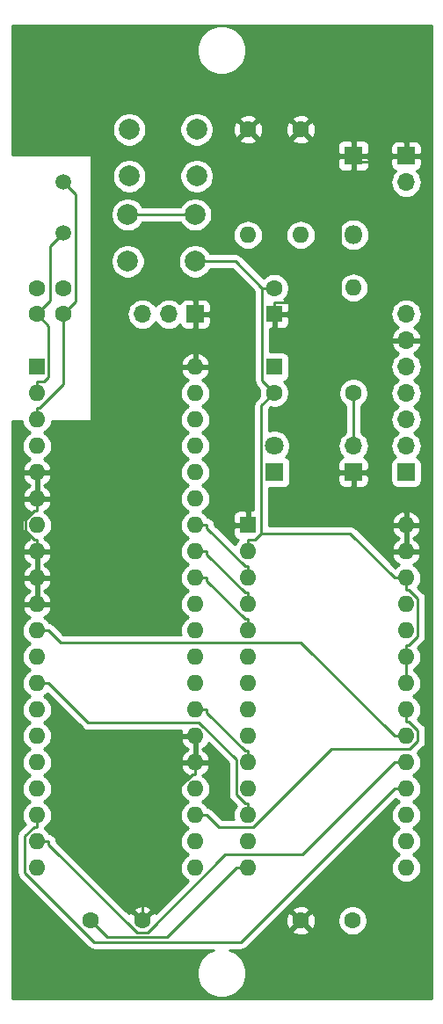
<source format=gtl>
%TF.GenerationSoftware,KiCad,Pcbnew,5.1.4-5.1.4*%
%TF.CreationDate,2019-08-21T12:35:07+10:00*%
%TF.ProjectId,8042board,38303432-626f-4617-9264-2e6b69636164,rev?*%
%TF.SameCoordinates,Original*%
%TF.FileFunction,Copper,L1,Top*%
%TF.FilePolarity,Positive*%
%FSLAX46Y46*%
G04 Gerber Fmt 4.6, Leading zero omitted, Abs format (unit mm)*
G04 Created by KiCad (PCBNEW 5.1.4-5.1.4) date 2019-08-21 12:35:07*
%MOMM*%
%LPD*%
G04 APERTURE LIST*
%ADD10O,1.600000X1.600000*%
%ADD11R,1.600000X1.600000*%
%ADD12O,1.700000X1.700000*%
%ADD13R,1.700000X1.700000*%
%ADD14C,1.500000*%
%ADD15C,1.600000*%
%ADD16C,2.000000*%
%ADD17O,1.800000X1.800000*%
%ADD18R,1.800000X1.800000*%
%ADD19C,1.800000*%
%ADD20C,0.250000*%
%ADD21C,0.254000*%
G04 APERTURE END LIST*
D10*
X177800000Y-68580000D03*
X162560000Y-101600000D03*
X177800000Y-71120000D03*
X162560000Y-99060000D03*
X177800000Y-73660000D03*
X162560000Y-96520000D03*
X177800000Y-76200000D03*
X162560000Y-93980000D03*
X177800000Y-78740000D03*
X162560000Y-91440000D03*
X177800000Y-81280000D03*
X162560000Y-88900000D03*
X177800000Y-83820000D03*
X162560000Y-86360000D03*
X177800000Y-86360000D03*
X162560000Y-83820000D03*
X177800000Y-88900000D03*
X162560000Y-81280000D03*
X177800000Y-91440000D03*
X162560000Y-78740000D03*
X177800000Y-93980000D03*
X162560000Y-76200000D03*
X177800000Y-96520000D03*
X162560000Y-73660000D03*
X177800000Y-99060000D03*
X162560000Y-71120000D03*
X177800000Y-101600000D03*
D11*
X162560000Y-68580000D03*
D10*
X157480000Y-53340000D03*
X142240000Y-101600000D03*
X157480000Y-55880000D03*
X142240000Y-99060000D03*
X157480000Y-58420000D03*
X142240000Y-96520000D03*
X157480000Y-60960000D03*
X142240000Y-93980000D03*
X157480000Y-63500000D03*
X142240000Y-91440000D03*
X157480000Y-66040000D03*
X142240000Y-88900000D03*
X157480000Y-68580000D03*
X142240000Y-86360000D03*
X157480000Y-71120000D03*
X142240000Y-83820000D03*
X157480000Y-73660000D03*
X142240000Y-81280000D03*
X157480000Y-76200000D03*
X142240000Y-78740000D03*
X157480000Y-78740000D03*
X142240000Y-76200000D03*
X157480000Y-81280000D03*
X142240000Y-73660000D03*
X157480000Y-83820000D03*
X142240000Y-71120000D03*
X157480000Y-86360000D03*
X142240000Y-68580000D03*
X157480000Y-88900000D03*
X142240000Y-66040000D03*
X157480000Y-91440000D03*
X142240000Y-63500000D03*
X157480000Y-93980000D03*
X142240000Y-60960000D03*
X157480000Y-96520000D03*
X142240000Y-58420000D03*
X157480000Y-99060000D03*
X142240000Y-55880000D03*
X157480000Y-101600000D03*
D11*
X142240000Y-53340000D03*
D12*
X172720000Y-60960000D03*
D13*
X172720000Y-63500000D03*
D14*
X144780000Y-40460000D03*
X144780000Y-35560000D03*
D12*
X177800000Y-35560000D03*
D13*
X177800000Y-33020000D03*
D12*
X177800000Y-48260000D03*
X177800000Y-50800000D03*
X177800000Y-53340000D03*
X177800000Y-55880000D03*
X177800000Y-58420000D03*
X177800000Y-60960000D03*
D13*
X177800000Y-63500000D03*
D15*
X165100000Y-45760000D03*
D11*
X165100000Y-48260000D03*
D16*
X150980000Y-43180000D03*
X150980000Y-38680000D03*
X157480000Y-43180000D03*
X157480000Y-38680000D03*
X157630000Y-30480000D03*
X157630000Y-34980000D03*
X151130000Y-30480000D03*
X151130000Y-34980000D03*
D10*
X162560000Y-40640000D03*
D15*
X162560000Y-30480000D03*
D10*
X167640000Y-40640000D03*
D15*
X167640000Y-30480000D03*
D10*
X172720000Y-45720000D03*
D15*
X172720000Y-55880000D03*
D12*
X152400000Y-48260000D03*
X154940000Y-48260000D03*
D13*
X157480000Y-48260000D03*
D17*
X172720000Y-40640000D03*
D18*
X172720000Y-33020000D03*
D19*
X165100000Y-60960000D03*
D18*
X165100000Y-63500000D03*
D15*
X147400000Y-106680000D03*
X152400000Y-106680000D03*
X172640000Y-106680000D03*
X167640000Y-106680000D03*
X142240000Y-45760000D03*
X142240000Y-48260000D03*
X144780000Y-45760000D03*
X144780000Y-48260000D03*
X165100000Y-55840000D03*
D11*
X165100000Y-53340000D03*
D20*
X161434700Y-101600000D02*
X154753900Y-108280800D01*
X154753900Y-108280800D02*
X149000800Y-108280800D01*
X149000800Y-108280800D02*
X147400000Y-106680000D01*
X163945000Y-45760000D02*
X165100000Y-45760000D01*
X157480000Y-43180000D02*
X161365000Y-43180000D01*
X161365000Y-43180000D02*
X163945000Y-45760000D01*
X163945000Y-45760000D02*
X163945000Y-54685000D01*
X163945000Y-54685000D02*
X165100000Y-55840000D01*
X163862100Y-69396000D02*
X163862100Y-57077900D01*
X163862100Y-57077900D02*
X165100000Y-55840000D01*
X162560000Y-69994700D02*
X163263400Y-69994700D01*
X163263400Y-69994700D02*
X163862100Y-69396000D01*
X163862100Y-69396000D02*
X172410700Y-69396000D01*
X172410700Y-69396000D02*
X176674700Y-73660000D01*
X177800000Y-73660000D02*
X176674700Y-73660000D01*
X177800000Y-81280000D02*
X177800000Y-80154700D01*
X177800000Y-80154700D02*
X178081400Y-80154700D01*
X178081400Y-80154700D02*
X178925300Y-79310800D01*
X178925300Y-79310800D02*
X178925300Y-75629200D01*
X178925300Y-75629200D02*
X178081400Y-74785300D01*
X178081400Y-74785300D02*
X177800000Y-74785300D01*
X177800000Y-83820000D02*
X177800000Y-81280000D01*
X177800000Y-73660000D02*
X177800000Y-74785300D01*
X162560000Y-71120000D02*
X162560000Y-69994700D01*
X162560000Y-101600000D02*
X161434700Y-101600000D01*
X144780000Y-48260000D02*
X144780000Y-55036000D01*
X144780000Y-55036000D02*
X142521300Y-57294700D01*
X142521300Y-57294700D02*
X142240000Y-57294700D01*
X144780000Y-35560000D02*
X145964400Y-36744400D01*
X145964400Y-36744400D02*
X145964400Y-47075600D01*
X145964400Y-47075600D02*
X144780000Y-48260000D01*
X142240000Y-58420000D02*
X142240000Y-57294700D01*
X142240000Y-48260000D02*
X143365300Y-49385300D01*
X143365300Y-49385300D02*
X143365300Y-54332800D01*
X143365300Y-54332800D02*
X142943400Y-54754700D01*
X142943400Y-54754700D02*
X142240000Y-54754700D01*
X142240000Y-55880000D02*
X142240000Y-54754700D01*
X142240000Y-48260000D02*
X143510000Y-46990000D01*
X143510000Y-46990000D02*
X143510000Y-41730000D01*
X143510000Y-41730000D02*
X144780000Y-40460000D01*
X157480000Y-91440000D02*
X157480000Y-92565300D01*
X152400000Y-106680000D02*
X152400000Y-97364000D01*
X152400000Y-97364000D02*
X157198700Y-92565300D01*
X157198700Y-92565300D02*
X157480000Y-92565300D01*
X157480000Y-53340000D02*
X153525300Y-53340000D01*
X153525300Y-53340000D02*
X143365300Y-63500000D01*
X142240000Y-63500000D02*
X143365300Y-63500000D01*
X157480000Y-53340000D02*
X157480000Y-48260000D01*
X142240000Y-71120000D02*
X142240000Y-69994700D01*
X142240000Y-69994700D02*
X141958600Y-69994700D01*
X141958600Y-69994700D02*
X141114700Y-69150800D01*
X141114700Y-69150800D02*
X141114700Y-68009200D01*
X141114700Y-68009200D02*
X141958600Y-67165300D01*
X141958600Y-67165300D02*
X142240000Y-67165300D01*
X142240000Y-73660000D02*
X142240000Y-71120000D01*
X142240000Y-66040000D02*
X142240000Y-67165300D01*
X177800000Y-33020000D02*
X176624700Y-33020000D01*
X172720000Y-33632600D02*
X176012100Y-33632600D01*
X176012100Y-33632600D02*
X176624700Y-33020000D01*
X172720000Y-33632600D02*
X172720000Y-34245300D01*
X172720000Y-33020000D02*
X172720000Y-33632600D01*
X171476000Y-47016000D02*
X175260000Y-50800000D01*
X165100000Y-47134700D02*
X171357300Y-47134700D01*
X171357300Y-47134700D02*
X171476000Y-47016000D01*
X171476000Y-47016000D02*
X171476000Y-35489300D01*
X171476000Y-35489300D02*
X172720000Y-34245300D01*
X175260000Y-50800000D02*
X175260000Y-62135400D01*
X175260000Y-62135400D02*
X175259900Y-62135400D01*
X175259900Y-62135400D02*
X173895300Y-63500000D01*
X175260000Y-50800000D02*
X176624700Y-50800000D01*
X177800000Y-50800000D02*
X176624700Y-50800000D01*
X165100000Y-48260000D02*
X165100000Y-47134700D01*
X142240000Y-63500000D02*
X142240000Y-66040000D01*
X177800000Y-68580000D02*
X177800000Y-67454700D01*
X172720000Y-63500000D02*
X173895300Y-63500000D01*
X173895300Y-63500000D02*
X173895300Y-63550000D01*
X173895300Y-63550000D02*
X177800000Y-67454700D01*
X177800000Y-71120000D02*
X177800000Y-68580000D01*
X157480000Y-91440000D02*
X157480000Y-88900000D01*
X157480000Y-38680000D02*
X150980000Y-38680000D01*
X177800000Y-91440000D02*
X176674700Y-91440000D01*
X142240000Y-99060000D02*
X143365300Y-99060000D01*
X143365300Y-99060000D02*
X143365300Y-99341300D01*
X143365300Y-99341300D02*
X151854400Y-107830400D01*
X151854400Y-107830400D02*
X152889400Y-107830400D01*
X152889400Y-107830400D02*
X160389800Y-100330000D01*
X160389800Y-100330000D02*
X167784700Y-100330000D01*
X167784700Y-100330000D02*
X176674700Y-91440000D01*
X177800000Y-93980000D02*
X176674700Y-93980000D01*
X142240000Y-96520000D02*
X142240000Y-97645300D01*
X142240000Y-97645300D02*
X141958700Y-97645300D01*
X141958700Y-97645300D02*
X141083500Y-98520500D01*
X141083500Y-98520500D02*
X141083500Y-102083000D01*
X141083500Y-102083000D02*
X147738600Y-108738100D01*
X147738600Y-108738100D02*
X161916600Y-108738100D01*
X161916600Y-108738100D02*
X176674700Y-93980000D01*
X162560000Y-73660000D02*
X162560000Y-72534700D01*
X157480000Y-68580000D02*
X158605300Y-68580000D01*
X158605300Y-68580000D02*
X158605300Y-68861300D01*
X158605300Y-68861300D02*
X162278700Y-72534700D01*
X162278700Y-72534700D02*
X162560000Y-72534700D01*
X162560000Y-76200000D02*
X162560000Y-75074700D01*
X157480000Y-71120000D02*
X158605300Y-71120000D01*
X158605300Y-71120000D02*
X158605300Y-71401300D01*
X158605300Y-71401300D02*
X162278700Y-75074700D01*
X162278700Y-75074700D02*
X162560000Y-75074700D01*
X162560000Y-96520000D02*
X162560000Y-95394700D01*
X142240000Y-83820000D02*
X143365300Y-83820000D01*
X143365300Y-83820000D02*
X147176000Y-87630700D01*
X147176000Y-87630700D02*
X157858000Y-87630700D01*
X157858000Y-87630700D02*
X161434700Y-91207400D01*
X161434700Y-91207400D02*
X161434700Y-94550800D01*
X161434700Y-94550800D02*
X162278600Y-95394700D01*
X162278600Y-95394700D02*
X162560000Y-95394700D01*
X162560000Y-78740000D02*
X162560000Y-77614700D01*
X157480000Y-73660000D02*
X158605300Y-73660000D01*
X158605300Y-73660000D02*
X158605300Y-73941300D01*
X158605300Y-73941300D02*
X162278700Y-77614700D01*
X162278700Y-77614700D02*
X162560000Y-77614700D01*
X177800000Y-88900000D02*
X176674700Y-88900000D01*
X142240000Y-78740000D02*
X143365300Y-78740000D01*
X143365300Y-78740000D02*
X144490600Y-79865300D01*
X144490600Y-79865300D02*
X167640000Y-79865300D01*
X167640000Y-79865300D02*
X176674700Y-88900000D01*
X162560000Y-91440000D02*
X162560000Y-90314700D01*
X157480000Y-86360000D02*
X158605300Y-86360000D01*
X158605300Y-86360000D02*
X158605300Y-86641300D01*
X158605300Y-86641300D02*
X162278700Y-90314700D01*
X162278700Y-90314700D02*
X162560000Y-90314700D01*
X177800000Y-86360000D02*
X177800000Y-87485300D01*
X157480000Y-96520000D02*
X158605300Y-96520000D01*
X158605300Y-96520000D02*
X159795900Y-97710600D01*
X159795900Y-97710600D02*
X163043200Y-97710600D01*
X163043200Y-97710600D02*
X170583800Y-90170000D01*
X170583800Y-90170000D02*
X178174000Y-90170000D01*
X178174000Y-90170000D02*
X178925300Y-89418700D01*
X178925300Y-89418700D02*
X178925300Y-88329200D01*
X178925300Y-88329200D02*
X178081400Y-87485300D01*
X178081400Y-87485300D02*
X177800000Y-87485300D01*
X172720000Y-55880000D02*
X172720000Y-60960000D01*
D21*
G36*
X180213000Y-114173000D02*
G01*
X139827000Y-114173000D01*
X139827000Y-98520500D01*
X140319824Y-98520500D01*
X140323500Y-98557823D01*
X140323501Y-102045668D01*
X140319824Y-102083000D01*
X140323501Y-102120333D01*
X140334498Y-102231986D01*
X140347680Y-102275442D01*
X140377954Y-102375246D01*
X140448526Y-102507276D01*
X140519701Y-102594002D01*
X140543500Y-102623001D01*
X140572498Y-102646799D01*
X147174801Y-109249103D01*
X147198599Y-109278101D01*
X147314324Y-109373074D01*
X147446353Y-109443646D01*
X147589614Y-109487103D01*
X147701267Y-109498100D01*
X147701275Y-109498100D01*
X147738600Y-109501776D01*
X147775925Y-109498100D01*
X159248404Y-109498100D01*
X158890279Y-109646440D01*
X158499651Y-109907450D01*
X158167450Y-110239651D01*
X157906440Y-110630279D01*
X157726654Y-111064321D01*
X157635000Y-111525098D01*
X157635000Y-111994902D01*
X157726654Y-112455679D01*
X157906440Y-112889721D01*
X158167450Y-113280349D01*
X158499651Y-113612550D01*
X158890279Y-113873560D01*
X159324321Y-114053346D01*
X159785098Y-114145000D01*
X160254902Y-114145000D01*
X160715679Y-114053346D01*
X161149721Y-113873560D01*
X161540349Y-113612550D01*
X161872550Y-113280349D01*
X162133560Y-112889721D01*
X162313346Y-112455679D01*
X162405000Y-111994902D01*
X162405000Y-111525098D01*
X162313346Y-111064321D01*
X162133560Y-110630279D01*
X161872550Y-110239651D01*
X161540349Y-109907450D01*
X161149721Y-109646440D01*
X160791596Y-109498100D01*
X161879278Y-109498100D01*
X161916600Y-109501776D01*
X161953922Y-109498100D01*
X161953933Y-109498100D01*
X162065586Y-109487103D01*
X162208847Y-109443646D01*
X162340876Y-109373074D01*
X162456601Y-109278101D01*
X162480404Y-109249097D01*
X164056799Y-107672702D01*
X166826903Y-107672702D01*
X166898486Y-107916671D01*
X167153996Y-108037571D01*
X167428184Y-108106300D01*
X167710512Y-108120217D01*
X167990130Y-108078787D01*
X168256292Y-107983603D01*
X168381514Y-107916671D01*
X168453097Y-107672702D01*
X167640000Y-106859605D01*
X166826903Y-107672702D01*
X164056799Y-107672702D01*
X164978989Y-106750512D01*
X166199783Y-106750512D01*
X166241213Y-107030130D01*
X166336397Y-107296292D01*
X166403329Y-107421514D01*
X166647298Y-107493097D01*
X167460395Y-106680000D01*
X167819605Y-106680000D01*
X168632702Y-107493097D01*
X168876671Y-107421514D01*
X168997571Y-107166004D01*
X169066300Y-106891816D01*
X169080217Y-106609488D01*
X169069724Y-106538665D01*
X171205000Y-106538665D01*
X171205000Y-106821335D01*
X171260147Y-107098574D01*
X171368320Y-107359727D01*
X171525363Y-107594759D01*
X171725241Y-107794637D01*
X171960273Y-107951680D01*
X172221426Y-108059853D01*
X172498665Y-108115000D01*
X172781335Y-108115000D01*
X173058574Y-108059853D01*
X173319727Y-107951680D01*
X173554759Y-107794637D01*
X173754637Y-107594759D01*
X173911680Y-107359727D01*
X174019853Y-107098574D01*
X174075000Y-106821335D01*
X174075000Y-106538665D01*
X174019853Y-106261426D01*
X173911680Y-106000273D01*
X173754637Y-105765241D01*
X173554759Y-105565363D01*
X173319727Y-105408320D01*
X173058574Y-105300147D01*
X172781335Y-105245000D01*
X172498665Y-105245000D01*
X172221426Y-105300147D01*
X171960273Y-105408320D01*
X171725241Y-105565363D01*
X171525363Y-105765241D01*
X171368320Y-106000273D01*
X171260147Y-106261426D01*
X171205000Y-106538665D01*
X169069724Y-106538665D01*
X169038787Y-106329870D01*
X168943603Y-106063708D01*
X168876671Y-105938486D01*
X168632702Y-105866903D01*
X167819605Y-106680000D01*
X167460395Y-106680000D01*
X166647298Y-105866903D01*
X166403329Y-105938486D01*
X166282429Y-106193996D01*
X166213700Y-106468184D01*
X166199783Y-106750512D01*
X164978989Y-106750512D01*
X166042203Y-105687298D01*
X166826903Y-105687298D01*
X167640000Y-106500395D01*
X168453097Y-105687298D01*
X168381514Y-105443329D01*
X168126004Y-105322429D01*
X167851816Y-105253700D01*
X167569488Y-105239783D01*
X167289870Y-105281213D01*
X167023708Y-105376397D01*
X166898486Y-105443329D01*
X166826903Y-105687298D01*
X166042203Y-105687298D01*
X176757630Y-94971872D01*
X176780392Y-94999608D01*
X176998899Y-95178932D01*
X177131858Y-95250000D01*
X176998899Y-95321068D01*
X176780392Y-95500392D01*
X176601068Y-95718899D01*
X176467818Y-95968192D01*
X176385764Y-96238691D01*
X176358057Y-96520000D01*
X176385764Y-96801309D01*
X176467818Y-97071808D01*
X176601068Y-97321101D01*
X176780392Y-97539608D01*
X176998899Y-97718932D01*
X177131858Y-97790000D01*
X176998899Y-97861068D01*
X176780392Y-98040392D01*
X176601068Y-98258899D01*
X176467818Y-98508192D01*
X176385764Y-98778691D01*
X176358057Y-99060000D01*
X176385764Y-99341309D01*
X176467818Y-99611808D01*
X176601068Y-99861101D01*
X176780392Y-100079608D01*
X176998899Y-100258932D01*
X177131858Y-100330000D01*
X176998899Y-100401068D01*
X176780392Y-100580392D01*
X176601068Y-100798899D01*
X176467818Y-101048192D01*
X176385764Y-101318691D01*
X176358057Y-101600000D01*
X176385764Y-101881309D01*
X176467818Y-102151808D01*
X176601068Y-102401101D01*
X176780392Y-102619608D01*
X176998899Y-102798932D01*
X177248192Y-102932182D01*
X177518691Y-103014236D01*
X177729508Y-103035000D01*
X177870492Y-103035000D01*
X178081309Y-103014236D01*
X178351808Y-102932182D01*
X178601101Y-102798932D01*
X178819608Y-102619608D01*
X178998932Y-102401101D01*
X179132182Y-102151808D01*
X179214236Y-101881309D01*
X179241943Y-101600000D01*
X179214236Y-101318691D01*
X179132182Y-101048192D01*
X178998932Y-100798899D01*
X178819608Y-100580392D01*
X178601101Y-100401068D01*
X178468142Y-100330000D01*
X178601101Y-100258932D01*
X178819608Y-100079608D01*
X178998932Y-99861101D01*
X179132182Y-99611808D01*
X179214236Y-99341309D01*
X179241943Y-99060000D01*
X179214236Y-98778691D01*
X179132182Y-98508192D01*
X178998932Y-98258899D01*
X178819608Y-98040392D01*
X178601101Y-97861068D01*
X178468142Y-97790000D01*
X178601101Y-97718932D01*
X178819608Y-97539608D01*
X178998932Y-97321101D01*
X179132182Y-97071808D01*
X179214236Y-96801309D01*
X179241943Y-96520000D01*
X179214236Y-96238691D01*
X179132182Y-95968192D01*
X178998932Y-95718899D01*
X178819608Y-95500392D01*
X178601101Y-95321068D01*
X178468142Y-95250000D01*
X178601101Y-95178932D01*
X178819608Y-94999608D01*
X178998932Y-94781101D01*
X179132182Y-94531808D01*
X179214236Y-94261309D01*
X179241943Y-93980000D01*
X179214236Y-93698691D01*
X179132182Y-93428192D01*
X178998932Y-93178899D01*
X178819608Y-92960392D01*
X178601101Y-92781068D01*
X178468142Y-92710000D01*
X178601101Y-92638932D01*
X178819608Y-92459608D01*
X178998932Y-92241101D01*
X179132182Y-91991808D01*
X179214236Y-91721309D01*
X179241943Y-91440000D01*
X179214236Y-91158691D01*
X179132182Y-90888192D01*
X178998932Y-90638899D01*
X178900203Y-90518598D01*
X179436304Y-89982498D01*
X179465301Y-89958701D01*
X179560274Y-89842976D01*
X179630846Y-89710947D01*
X179674303Y-89567686D01*
X179685300Y-89456033D01*
X179685300Y-89456025D01*
X179688976Y-89418700D01*
X179685300Y-89381375D01*
X179685300Y-88366523D01*
X179688976Y-88329200D01*
X179685300Y-88291877D01*
X179685300Y-88291867D01*
X179674303Y-88180214D01*
X179630846Y-88036953D01*
X179560274Y-87904924D01*
X179465301Y-87789199D01*
X179436303Y-87765401D01*
X178923688Y-87252786D01*
X178998932Y-87161101D01*
X179132182Y-86911808D01*
X179214236Y-86641309D01*
X179241943Y-86360000D01*
X179214236Y-86078691D01*
X179132182Y-85808192D01*
X178998932Y-85558899D01*
X178819608Y-85340392D01*
X178601101Y-85161068D01*
X178468142Y-85090000D01*
X178601101Y-85018932D01*
X178819608Y-84839608D01*
X178998932Y-84621101D01*
X179132182Y-84371808D01*
X179214236Y-84101309D01*
X179241943Y-83820000D01*
X179214236Y-83538691D01*
X179132182Y-83268192D01*
X178998932Y-83018899D01*
X178819608Y-82800392D01*
X178601101Y-82621068D01*
X178560000Y-82599099D01*
X178560000Y-82500901D01*
X178601101Y-82478932D01*
X178819608Y-82299608D01*
X178998932Y-82081101D01*
X179132182Y-81831808D01*
X179214236Y-81561309D01*
X179241943Y-81280000D01*
X179214236Y-80998691D01*
X179132182Y-80728192D01*
X178998932Y-80478899D01*
X178923688Y-80387214D01*
X179436304Y-79874598D01*
X179465301Y-79850801D01*
X179560274Y-79735076D01*
X179630846Y-79603047D01*
X179674303Y-79459786D01*
X179685300Y-79348133D01*
X179685300Y-79348123D01*
X179688976Y-79310800D01*
X179685300Y-79273477D01*
X179685300Y-75666523D01*
X179688976Y-75629200D01*
X179685300Y-75591877D01*
X179685300Y-75591867D01*
X179674303Y-75480214D01*
X179630846Y-75336953D01*
X179560274Y-75204924D01*
X179465301Y-75089199D01*
X179436303Y-75065401D01*
X178923688Y-74552786D01*
X178998932Y-74461101D01*
X179132182Y-74211808D01*
X179214236Y-73941309D01*
X179241943Y-73660000D01*
X179214236Y-73378691D01*
X179132182Y-73108192D01*
X178998932Y-72858899D01*
X178819608Y-72640392D01*
X178601101Y-72461068D01*
X178463318Y-72387421D01*
X178655131Y-72272385D01*
X178863519Y-72083414D01*
X179031037Y-71857420D01*
X179151246Y-71603087D01*
X179191904Y-71469039D01*
X179069915Y-71247000D01*
X177927000Y-71247000D01*
X177927000Y-71267000D01*
X177673000Y-71267000D01*
X177673000Y-71247000D01*
X176530085Y-71247000D01*
X176408096Y-71469039D01*
X176448754Y-71603087D01*
X176568963Y-71857420D01*
X176736481Y-72083414D01*
X176944869Y-72272385D01*
X177136682Y-72387421D01*
X176998899Y-72461068D01*
X176780392Y-72640392D01*
X176757630Y-72668128D01*
X173018541Y-68929039D01*
X176408096Y-68929039D01*
X176448754Y-69063087D01*
X176568963Y-69317420D01*
X176736481Y-69543414D01*
X176944869Y-69732385D01*
X177140982Y-69850000D01*
X176944869Y-69967615D01*
X176736481Y-70156586D01*
X176568963Y-70382580D01*
X176448754Y-70636913D01*
X176408096Y-70770961D01*
X176530085Y-70993000D01*
X177673000Y-70993000D01*
X177673000Y-68707000D01*
X177927000Y-68707000D01*
X177927000Y-70993000D01*
X179069915Y-70993000D01*
X179191904Y-70770961D01*
X179151246Y-70636913D01*
X179031037Y-70382580D01*
X178863519Y-70156586D01*
X178655131Y-69967615D01*
X178459018Y-69850000D01*
X178655131Y-69732385D01*
X178863519Y-69543414D01*
X179031037Y-69317420D01*
X179151246Y-69063087D01*
X179191904Y-68929039D01*
X179069915Y-68707000D01*
X177927000Y-68707000D01*
X177673000Y-68707000D01*
X176530085Y-68707000D01*
X176408096Y-68929039D01*
X173018541Y-68929039D01*
X172974504Y-68885003D01*
X172950701Y-68855999D01*
X172834976Y-68761026D01*
X172702947Y-68690454D01*
X172559686Y-68646997D01*
X172448033Y-68636000D01*
X172448022Y-68636000D01*
X172410700Y-68632324D01*
X172373378Y-68636000D01*
X164622100Y-68636000D01*
X164622100Y-68230961D01*
X176408096Y-68230961D01*
X176530085Y-68453000D01*
X177673000Y-68453000D01*
X177673000Y-67309376D01*
X177927000Y-67309376D01*
X177927000Y-68453000D01*
X179069915Y-68453000D01*
X179191904Y-68230961D01*
X179151246Y-68096913D01*
X179031037Y-67842580D01*
X178863519Y-67616586D01*
X178655131Y-67427615D01*
X178413881Y-67282930D01*
X178149040Y-67188091D01*
X177927000Y-67309376D01*
X177673000Y-67309376D01*
X177450960Y-67188091D01*
X177186119Y-67282930D01*
X176944869Y-67427615D01*
X176736481Y-67616586D01*
X176568963Y-67842580D01*
X176448754Y-68096913D01*
X176408096Y-68230961D01*
X164622100Y-68230961D01*
X164622100Y-65038072D01*
X166000000Y-65038072D01*
X166124482Y-65025812D01*
X166244180Y-64989502D01*
X166354494Y-64930537D01*
X166451185Y-64851185D01*
X166530537Y-64754494D01*
X166589502Y-64644180D01*
X166625812Y-64524482D01*
X166638072Y-64400000D01*
X166638072Y-64350000D01*
X171231928Y-64350000D01*
X171244188Y-64474482D01*
X171280498Y-64594180D01*
X171339463Y-64704494D01*
X171418815Y-64801185D01*
X171515506Y-64880537D01*
X171625820Y-64939502D01*
X171745518Y-64975812D01*
X171870000Y-64988072D01*
X172434250Y-64985000D01*
X172593000Y-64826250D01*
X172593000Y-63627000D01*
X172847000Y-63627000D01*
X172847000Y-64826250D01*
X173005750Y-64985000D01*
X173570000Y-64988072D01*
X173694482Y-64975812D01*
X173814180Y-64939502D01*
X173924494Y-64880537D01*
X174021185Y-64801185D01*
X174100537Y-64704494D01*
X174159502Y-64594180D01*
X174195812Y-64474482D01*
X174208072Y-64350000D01*
X174205000Y-63785750D01*
X174046250Y-63627000D01*
X172847000Y-63627000D01*
X172593000Y-63627000D01*
X171393750Y-63627000D01*
X171235000Y-63785750D01*
X171231928Y-64350000D01*
X166638072Y-64350000D01*
X166638072Y-62600000D01*
X166625812Y-62475518D01*
X166589502Y-62355820D01*
X166530537Y-62245506D01*
X166451185Y-62148815D01*
X166354494Y-62069463D01*
X166244180Y-62010498D01*
X166225873Y-62004944D01*
X166292312Y-61938505D01*
X166460299Y-61687095D01*
X166576011Y-61407743D01*
X166635000Y-61111184D01*
X166635000Y-60960000D01*
X171227815Y-60960000D01*
X171256487Y-61251111D01*
X171341401Y-61531034D01*
X171479294Y-61789014D01*
X171664866Y-62015134D01*
X171694687Y-62039607D01*
X171625820Y-62060498D01*
X171515506Y-62119463D01*
X171418815Y-62198815D01*
X171339463Y-62295506D01*
X171280498Y-62405820D01*
X171244188Y-62525518D01*
X171231928Y-62650000D01*
X171235000Y-63214250D01*
X171393750Y-63373000D01*
X172593000Y-63373000D01*
X172593000Y-63353000D01*
X172847000Y-63353000D01*
X172847000Y-63373000D01*
X174046250Y-63373000D01*
X174205000Y-63214250D01*
X174208072Y-62650000D01*
X174195812Y-62525518D01*
X174159502Y-62405820D01*
X174100537Y-62295506D01*
X174021185Y-62198815D01*
X173924494Y-62119463D01*
X173814180Y-62060498D01*
X173745313Y-62039607D01*
X173775134Y-62015134D01*
X173960706Y-61789014D01*
X174098599Y-61531034D01*
X174183513Y-61251111D01*
X174212185Y-60960000D01*
X174183513Y-60668889D01*
X174098599Y-60388966D01*
X173960706Y-60130986D01*
X173775134Y-59904866D01*
X173549014Y-59719294D01*
X173480000Y-59682405D01*
X173480000Y-57098043D01*
X173634759Y-56994637D01*
X173834637Y-56794759D01*
X173991680Y-56559727D01*
X174099853Y-56298574D01*
X174155000Y-56021335D01*
X174155000Y-55738665D01*
X174099853Y-55461426D01*
X173991680Y-55200273D01*
X173834637Y-54965241D01*
X173634759Y-54765363D01*
X173399727Y-54608320D01*
X173138574Y-54500147D01*
X172861335Y-54445000D01*
X172578665Y-54445000D01*
X172301426Y-54500147D01*
X172040273Y-54608320D01*
X171805241Y-54765363D01*
X171605363Y-54965241D01*
X171448320Y-55200273D01*
X171340147Y-55461426D01*
X171285000Y-55738665D01*
X171285000Y-56021335D01*
X171340147Y-56298574D01*
X171448320Y-56559727D01*
X171605363Y-56794759D01*
X171805241Y-56994637D01*
X171960000Y-57098044D01*
X171960001Y-59682405D01*
X171890986Y-59719294D01*
X171664866Y-59904866D01*
X171479294Y-60130986D01*
X171341401Y-60388966D01*
X171256487Y-60668889D01*
X171227815Y-60960000D01*
X166635000Y-60960000D01*
X166635000Y-60808816D01*
X166576011Y-60512257D01*
X166460299Y-60232905D01*
X166292312Y-59981495D01*
X166078505Y-59767688D01*
X165827095Y-59599701D01*
X165547743Y-59483989D01*
X165251184Y-59425000D01*
X164948816Y-59425000D01*
X164652257Y-59483989D01*
X164622100Y-59496481D01*
X164622100Y-57392701D01*
X164776114Y-57238688D01*
X164958665Y-57275000D01*
X165241335Y-57275000D01*
X165518574Y-57219853D01*
X165779727Y-57111680D01*
X166014759Y-56954637D01*
X166214637Y-56754759D01*
X166371680Y-56519727D01*
X166479853Y-56258574D01*
X166535000Y-55981335D01*
X166535000Y-55698665D01*
X166479853Y-55421426D01*
X166371680Y-55160273D01*
X166214637Y-54925241D01*
X166048057Y-54758661D01*
X166144180Y-54729502D01*
X166254494Y-54670537D01*
X166351185Y-54591185D01*
X166430537Y-54494494D01*
X166489502Y-54384180D01*
X166525812Y-54264482D01*
X166538072Y-54140000D01*
X166538072Y-53340000D01*
X176307815Y-53340000D01*
X176336487Y-53631111D01*
X176421401Y-53911034D01*
X176559294Y-54169014D01*
X176744866Y-54395134D01*
X176970986Y-54580706D01*
X177025791Y-54610000D01*
X176970986Y-54639294D01*
X176744866Y-54824866D01*
X176559294Y-55050986D01*
X176421401Y-55308966D01*
X176336487Y-55588889D01*
X176307815Y-55880000D01*
X176336487Y-56171111D01*
X176421401Y-56451034D01*
X176559294Y-56709014D01*
X176744866Y-56935134D01*
X176970986Y-57120706D01*
X177025791Y-57150000D01*
X176970986Y-57179294D01*
X176744866Y-57364866D01*
X176559294Y-57590986D01*
X176421401Y-57848966D01*
X176336487Y-58128889D01*
X176307815Y-58420000D01*
X176336487Y-58711111D01*
X176421401Y-58991034D01*
X176559294Y-59249014D01*
X176744866Y-59475134D01*
X176970986Y-59660706D01*
X177025791Y-59690000D01*
X176970986Y-59719294D01*
X176744866Y-59904866D01*
X176559294Y-60130986D01*
X176421401Y-60388966D01*
X176336487Y-60668889D01*
X176307815Y-60960000D01*
X176336487Y-61251111D01*
X176421401Y-61531034D01*
X176559294Y-61789014D01*
X176744866Y-62015134D01*
X176774687Y-62039607D01*
X176705820Y-62060498D01*
X176595506Y-62119463D01*
X176498815Y-62198815D01*
X176419463Y-62295506D01*
X176360498Y-62405820D01*
X176324188Y-62525518D01*
X176311928Y-62650000D01*
X176311928Y-64350000D01*
X176324188Y-64474482D01*
X176360498Y-64594180D01*
X176419463Y-64704494D01*
X176498815Y-64801185D01*
X176595506Y-64880537D01*
X176705820Y-64939502D01*
X176825518Y-64975812D01*
X176950000Y-64988072D01*
X178650000Y-64988072D01*
X178774482Y-64975812D01*
X178894180Y-64939502D01*
X179004494Y-64880537D01*
X179101185Y-64801185D01*
X179180537Y-64704494D01*
X179239502Y-64594180D01*
X179275812Y-64474482D01*
X179288072Y-64350000D01*
X179288072Y-62650000D01*
X179275812Y-62525518D01*
X179239502Y-62405820D01*
X179180537Y-62295506D01*
X179101185Y-62198815D01*
X179004494Y-62119463D01*
X178894180Y-62060498D01*
X178825313Y-62039607D01*
X178855134Y-62015134D01*
X179040706Y-61789014D01*
X179178599Y-61531034D01*
X179263513Y-61251111D01*
X179292185Y-60960000D01*
X179263513Y-60668889D01*
X179178599Y-60388966D01*
X179040706Y-60130986D01*
X178855134Y-59904866D01*
X178629014Y-59719294D01*
X178574209Y-59690000D01*
X178629014Y-59660706D01*
X178855134Y-59475134D01*
X179040706Y-59249014D01*
X179178599Y-58991034D01*
X179263513Y-58711111D01*
X179292185Y-58420000D01*
X179263513Y-58128889D01*
X179178599Y-57848966D01*
X179040706Y-57590986D01*
X178855134Y-57364866D01*
X178629014Y-57179294D01*
X178574209Y-57150000D01*
X178629014Y-57120706D01*
X178855134Y-56935134D01*
X179040706Y-56709014D01*
X179178599Y-56451034D01*
X179263513Y-56171111D01*
X179292185Y-55880000D01*
X179263513Y-55588889D01*
X179178599Y-55308966D01*
X179040706Y-55050986D01*
X178855134Y-54824866D01*
X178629014Y-54639294D01*
X178574209Y-54610000D01*
X178629014Y-54580706D01*
X178855134Y-54395134D01*
X179040706Y-54169014D01*
X179178599Y-53911034D01*
X179263513Y-53631111D01*
X179292185Y-53340000D01*
X179263513Y-53048889D01*
X179178599Y-52768966D01*
X179040706Y-52510986D01*
X178855134Y-52284866D01*
X178629014Y-52099294D01*
X178564477Y-52064799D01*
X178681355Y-51995178D01*
X178897588Y-51800269D01*
X179071641Y-51566920D01*
X179196825Y-51304099D01*
X179241476Y-51156890D01*
X179120155Y-50927000D01*
X177927000Y-50927000D01*
X177927000Y-50947000D01*
X177673000Y-50947000D01*
X177673000Y-50927000D01*
X176479845Y-50927000D01*
X176358524Y-51156890D01*
X176403175Y-51304099D01*
X176528359Y-51566920D01*
X176702412Y-51800269D01*
X176918645Y-51995178D01*
X177035523Y-52064799D01*
X176970986Y-52099294D01*
X176744866Y-52284866D01*
X176559294Y-52510986D01*
X176421401Y-52768966D01*
X176336487Y-53048889D01*
X176307815Y-53340000D01*
X166538072Y-53340000D01*
X166538072Y-52540000D01*
X166525812Y-52415518D01*
X166489502Y-52295820D01*
X166430537Y-52185506D01*
X166351185Y-52088815D01*
X166254494Y-52009463D01*
X166144180Y-51950498D01*
X166024482Y-51914188D01*
X165900000Y-51901928D01*
X164705000Y-51901928D01*
X164705000Y-49695653D01*
X164814250Y-49695000D01*
X164973000Y-49536250D01*
X164973000Y-48387000D01*
X165227000Y-48387000D01*
X165227000Y-49536250D01*
X165385750Y-49695000D01*
X165900000Y-49698072D01*
X166024482Y-49685812D01*
X166144180Y-49649502D01*
X166254494Y-49590537D01*
X166351185Y-49511185D01*
X166430537Y-49414494D01*
X166489502Y-49304180D01*
X166525812Y-49184482D01*
X166538072Y-49060000D01*
X166535000Y-48545750D01*
X166376250Y-48387000D01*
X165227000Y-48387000D01*
X164973000Y-48387000D01*
X164953000Y-48387000D01*
X164953000Y-48260000D01*
X176307815Y-48260000D01*
X176336487Y-48551111D01*
X176421401Y-48831034D01*
X176559294Y-49089014D01*
X176744866Y-49315134D01*
X176970986Y-49500706D01*
X177035523Y-49535201D01*
X176918645Y-49604822D01*
X176702412Y-49799731D01*
X176528359Y-50033080D01*
X176403175Y-50295901D01*
X176358524Y-50443110D01*
X176479845Y-50673000D01*
X177673000Y-50673000D01*
X177673000Y-50653000D01*
X177927000Y-50653000D01*
X177927000Y-50673000D01*
X179120155Y-50673000D01*
X179241476Y-50443110D01*
X179196825Y-50295901D01*
X179071641Y-50033080D01*
X178897588Y-49799731D01*
X178681355Y-49604822D01*
X178564477Y-49535201D01*
X178629014Y-49500706D01*
X178855134Y-49315134D01*
X179040706Y-49089014D01*
X179178599Y-48831034D01*
X179263513Y-48551111D01*
X179292185Y-48260000D01*
X179263513Y-47968889D01*
X179178599Y-47688966D01*
X179040706Y-47430986D01*
X178855134Y-47204866D01*
X178629014Y-47019294D01*
X178371034Y-46881401D01*
X178091111Y-46796487D01*
X177872950Y-46775000D01*
X177727050Y-46775000D01*
X177508889Y-46796487D01*
X177228966Y-46881401D01*
X176970986Y-47019294D01*
X176744866Y-47204866D01*
X176559294Y-47430986D01*
X176421401Y-47688966D01*
X176336487Y-47968889D01*
X176307815Y-48260000D01*
X164953000Y-48260000D01*
X164953000Y-48133000D01*
X164973000Y-48133000D01*
X164973000Y-48113000D01*
X165227000Y-48113000D01*
X165227000Y-48133000D01*
X166376250Y-48133000D01*
X166535000Y-47974250D01*
X166538072Y-47460000D01*
X166525812Y-47335518D01*
X166489502Y-47215820D01*
X166430537Y-47105506D01*
X166351185Y-47008815D01*
X166254494Y-46929463D01*
X166144180Y-46870498D01*
X166048057Y-46841339D01*
X166214637Y-46674759D01*
X166371680Y-46439727D01*
X166479853Y-46178574D01*
X166535000Y-45901335D01*
X166535000Y-45720000D01*
X171278057Y-45720000D01*
X171305764Y-46001309D01*
X171387818Y-46271808D01*
X171521068Y-46521101D01*
X171700392Y-46739608D01*
X171918899Y-46918932D01*
X172168192Y-47052182D01*
X172438691Y-47134236D01*
X172649508Y-47155000D01*
X172790492Y-47155000D01*
X173001309Y-47134236D01*
X173271808Y-47052182D01*
X173521101Y-46918932D01*
X173739608Y-46739608D01*
X173918932Y-46521101D01*
X174052182Y-46271808D01*
X174134236Y-46001309D01*
X174161943Y-45720000D01*
X174134236Y-45438691D01*
X174052182Y-45168192D01*
X173918932Y-44918899D01*
X173739608Y-44700392D01*
X173521101Y-44521068D01*
X173271808Y-44387818D01*
X173001309Y-44305764D01*
X172790492Y-44285000D01*
X172649508Y-44285000D01*
X172438691Y-44305764D01*
X172168192Y-44387818D01*
X171918899Y-44521068D01*
X171700392Y-44700392D01*
X171521068Y-44918899D01*
X171387818Y-45168192D01*
X171305764Y-45438691D01*
X171278057Y-45720000D01*
X166535000Y-45720000D01*
X166535000Y-45618665D01*
X166479853Y-45341426D01*
X166371680Y-45080273D01*
X166214637Y-44845241D01*
X166014759Y-44645363D01*
X165779727Y-44488320D01*
X165518574Y-44380147D01*
X165241335Y-44325000D01*
X164958665Y-44325000D01*
X164681426Y-44380147D01*
X164420273Y-44488320D01*
X164185241Y-44645363D01*
X164045203Y-44785401D01*
X161928804Y-42669003D01*
X161905001Y-42639999D01*
X161789276Y-42545026D01*
X161657247Y-42474454D01*
X161513986Y-42430997D01*
X161402333Y-42420000D01*
X161402322Y-42420000D01*
X161365000Y-42416324D01*
X161327678Y-42420000D01*
X158934909Y-42420000D01*
X158928918Y-42405537D01*
X158749987Y-42137748D01*
X158522252Y-41910013D01*
X158254463Y-41731082D01*
X157956912Y-41607832D01*
X157641033Y-41545000D01*
X157318967Y-41545000D01*
X157003088Y-41607832D01*
X156705537Y-41731082D01*
X156437748Y-41910013D01*
X156210013Y-42137748D01*
X156031082Y-42405537D01*
X155907832Y-42703088D01*
X155845000Y-43018967D01*
X155845000Y-43341033D01*
X155907832Y-43656912D01*
X156031082Y-43954463D01*
X156210013Y-44222252D01*
X156437748Y-44449987D01*
X156705537Y-44628918D01*
X157003088Y-44752168D01*
X157318967Y-44815000D01*
X157641033Y-44815000D01*
X157956912Y-44752168D01*
X158254463Y-44628918D01*
X158522252Y-44449987D01*
X158749987Y-44222252D01*
X158928918Y-43954463D01*
X158934909Y-43940000D01*
X161050199Y-43940000D01*
X163185000Y-46074802D01*
X163185001Y-54647668D01*
X163181324Y-54685000D01*
X163195998Y-54833985D01*
X163239454Y-54977246D01*
X163310026Y-55109276D01*
X163372161Y-55184987D01*
X163405000Y-55225001D01*
X163433998Y-55248799D01*
X163701312Y-55516113D01*
X163665000Y-55698665D01*
X163665000Y-55981335D01*
X163701312Y-56163886D01*
X163351098Y-56514101D01*
X163322100Y-56537899D01*
X163298302Y-56566897D01*
X163298301Y-56566898D01*
X163227126Y-56653624D01*
X163156554Y-56785654D01*
X163130840Y-56870424D01*
X163113098Y-56928914D01*
X163110382Y-56956487D01*
X163098424Y-57077900D01*
X163102101Y-57115232D01*
X163102100Y-67143469D01*
X162845750Y-67145000D01*
X162687000Y-67303750D01*
X162687000Y-68453000D01*
X162707000Y-68453000D01*
X162707000Y-68707000D01*
X162687000Y-68707000D01*
X162687000Y-68727000D01*
X162433000Y-68727000D01*
X162433000Y-68707000D01*
X161283750Y-68707000D01*
X161125000Y-68865750D01*
X161121928Y-69380000D01*
X161134188Y-69504482D01*
X161170498Y-69624180D01*
X161229463Y-69734494D01*
X161308815Y-69831185D01*
X161405506Y-69910537D01*
X161515820Y-69969502D01*
X161635518Y-70005812D01*
X161653482Y-70007581D01*
X161540392Y-70100392D01*
X161361068Y-70318899D01*
X161283263Y-70464462D01*
X159365719Y-68546918D01*
X159354303Y-68431014D01*
X159310846Y-68287753D01*
X159240274Y-68155724D01*
X159145301Y-68039999D01*
X159029576Y-67945026D01*
X158897547Y-67874454D01*
X158754286Y-67830997D01*
X158704139Y-67826058D01*
X158679521Y-67780000D01*
X161121928Y-67780000D01*
X161125000Y-68294250D01*
X161283750Y-68453000D01*
X162433000Y-68453000D01*
X162433000Y-67303750D01*
X162274250Y-67145000D01*
X161760000Y-67141928D01*
X161635518Y-67154188D01*
X161515820Y-67190498D01*
X161405506Y-67249463D01*
X161308815Y-67328815D01*
X161229463Y-67425506D01*
X161170498Y-67535820D01*
X161134188Y-67655518D01*
X161121928Y-67780000D01*
X158679521Y-67780000D01*
X158678932Y-67778899D01*
X158499608Y-67560392D01*
X158281101Y-67381068D01*
X158148142Y-67310000D01*
X158281101Y-67238932D01*
X158499608Y-67059608D01*
X158678932Y-66841101D01*
X158812182Y-66591808D01*
X158894236Y-66321309D01*
X158921943Y-66040000D01*
X158894236Y-65758691D01*
X158812182Y-65488192D01*
X158678932Y-65238899D01*
X158499608Y-65020392D01*
X158281101Y-64841068D01*
X158148142Y-64770000D01*
X158281101Y-64698932D01*
X158499608Y-64519608D01*
X158678932Y-64301101D01*
X158812182Y-64051808D01*
X158894236Y-63781309D01*
X158921943Y-63500000D01*
X158894236Y-63218691D01*
X158812182Y-62948192D01*
X158678932Y-62698899D01*
X158499608Y-62480392D01*
X158281101Y-62301068D01*
X158148142Y-62230000D01*
X158281101Y-62158932D01*
X158499608Y-61979608D01*
X158678932Y-61761101D01*
X158812182Y-61511808D01*
X158894236Y-61241309D01*
X158921943Y-60960000D01*
X158894236Y-60678691D01*
X158812182Y-60408192D01*
X158678932Y-60158899D01*
X158499608Y-59940392D01*
X158281101Y-59761068D01*
X158148142Y-59690000D01*
X158281101Y-59618932D01*
X158499608Y-59439608D01*
X158678932Y-59221101D01*
X158812182Y-58971808D01*
X158894236Y-58701309D01*
X158921943Y-58420000D01*
X158894236Y-58138691D01*
X158812182Y-57868192D01*
X158678932Y-57618899D01*
X158499608Y-57400392D01*
X158281101Y-57221068D01*
X158148142Y-57150000D01*
X158281101Y-57078932D01*
X158499608Y-56899608D01*
X158678932Y-56681101D01*
X158812182Y-56431808D01*
X158894236Y-56161309D01*
X158921943Y-55880000D01*
X158894236Y-55598691D01*
X158812182Y-55328192D01*
X158678932Y-55078899D01*
X158499608Y-54860392D01*
X158281101Y-54681068D01*
X158143318Y-54607421D01*
X158335131Y-54492385D01*
X158543519Y-54303414D01*
X158711037Y-54077420D01*
X158831246Y-53823087D01*
X158871904Y-53689039D01*
X158749915Y-53467000D01*
X157607000Y-53467000D01*
X157607000Y-53487000D01*
X157353000Y-53487000D01*
X157353000Y-53467000D01*
X156210085Y-53467000D01*
X156088096Y-53689039D01*
X156128754Y-53823087D01*
X156248963Y-54077420D01*
X156416481Y-54303414D01*
X156624869Y-54492385D01*
X156816682Y-54607421D01*
X156678899Y-54681068D01*
X156460392Y-54860392D01*
X156281068Y-55078899D01*
X156147818Y-55328192D01*
X156065764Y-55598691D01*
X156038057Y-55880000D01*
X156065764Y-56161309D01*
X156147818Y-56431808D01*
X156281068Y-56681101D01*
X156460392Y-56899608D01*
X156678899Y-57078932D01*
X156811858Y-57150000D01*
X156678899Y-57221068D01*
X156460392Y-57400392D01*
X156281068Y-57618899D01*
X156147818Y-57868192D01*
X156065764Y-58138691D01*
X156038057Y-58420000D01*
X156065764Y-58701309D01*
X156147818Y-58971808D01*
X156281068Y-59221101D01*
X156460392Y-59439608D01*
X156678899Y-59618932D01*
X156811858Y-59690000D01*
X156678899Y-59761068D01*
X156460392Y-59940392D01*
X156281068Y-60158899D01*
X156147818Y-60408192D01*
X156065764Y-60678691D01*
X156038057Y-60960000D01*
X156065764Y-61241309D01*
X156147818Y-61511808D01*
X156281068Y-61761101D01*
X156460392Y-61979608D01*
X156678899Y-62158932D01*
X156811858Y-62230000D01*
X156678899Y-62301068D01*
X156460392Y-62480392D01*
X156281068Y-62698899D01*
X156147818Y-62948192D01*
X156065764Y-63218691D01*
X156038057Y-63500000D01*
X156065764Y-63781309D01*
X156147818Y-64051808D01*
X156281068Y-64301101D01*
X156460392Y-64519608D01*
X156678899Y-64698932D01*
X156811858Y-64770000D01*
X156678899Y-64841068D01*
X156460392Y-65020392D01*
X156281068Y-65238899D01*
X156147818Y-65488192D01*
X156065764Y-65758691D01*
X156038057Y-66040000D01*
X156065764Y-66321309D01*
X156147818Y-66591808D01*
X156281068Y-66841101D01*
X156460392Y-67059608D01*
X156678899Y-67238932D01*
X156811858Y-67310000D01*
X156678899Y-67381068D01*
X156460392Y-67560392D01*
X156281068Y-67778899D01*
X156147818Y-68028192D01*
X156065764Y-68298691D01*
X156038057Y-68580000D01*
X156065764Y-68861309D01*
X156147818Y-69131808D01*
X156281068Y-69381101D01*
X156460392Y-69599608D01*
X156678899Y-69778932D01*
X156811858Y-69850000D01*
X156678899Y-69921068D01*
X156460392Y-70100392D01*
X156281068Y-70318899D01*
X156147818Y-70568192D01*
X156065764Y-70838691D01*
X156038057Y-71120000D01*
X156065764Y-71401309D01*
X156147818Y-71671808D01*
X156281068Y-71921101D01*
X156460392Y-72139608D01*
X156678899Y-72318932D01*
X156811858Y-72390000D01*
X156678899Y-72461068D01*
X156460392Y-72640392D01*
X156281068Y-72858899D01*
X156147818Y-73108192D01*
X156065764Y-73378691D01*
X156038057Y-73660000D01*
X156065764Y-73941309D01*
X156147818Y-74211808D01*
X156281068Y-74461101D01*
X156460392Y-74679608D01*
X156678899Y-74858932D01*
X156811858Y-74930000D01*
X156678899Y-75001068D01*
X156460392Y-75180392D01*
X156281068Y-75398899D01*
X156147818Y-75648192D01*
X156065764Y-75918691D01*
X156038057Y-76200000D01*
X156065764Y-76481309D01*
X156147818Y-76751808D01*
X156281068Y-77001101D01*
X156460392Y-77219608D01*
X156678899Y-77398932D01*
X156811858Y-77470000D01*
X156678899Y-77541068D01*
X156460392Y-77720392D01*
X156281068Y-77938899D01*
X156147818Y-78188192D01*
X156065764Y-78458691D01*
X156038057Y-78740000D01*
X156065764Y-79021309D01*
X156091242Y-79105300D01*
X144805402Y-79105300D01*
X143929104Y-78229002D01*
X143905301Y-78199999D01*
X143789576Y-78105026D01*
X143657547Y-78034454D01*
X143514286Y-77990997D01*
X143464139Y-77986058D01*
X143438932Y-77938899D01*
X143259608Y-77720392D01*
X143041101Y-77541068D01*
X142903318Y-77467421D01*
X143095131Y-77352385D01*
X143303519Y-77163414D01*
X143471037Y-76937420D01*
X143591246Y-76683087D01*
X143631904Y-76549039D01*
X143509915Y-76327000D01*
X142367000Y-76327000D01*
X142367000Y-76347000D01*
X142113000Y-76347000D01*
X142113000Y-76327000D01*
X140970085Y-76327000D01*
X140848096Y-76549039D01*
X140888754Y-76683087D01*
X141008963Y-76937420D01*
X141176481Y-77163414D01*
X141384869Y-77352385D01*
X141576682Y-77467421D01*
X141438899Y-77541068D01*
X141220392Y-77720392D01*
X141041068Y-77938899D01*
X140907818Y-78188192D01*
X140825764Y-78458691D01*
X140798057Y-78740000D01*
X140825764Y-79021309D01*
X140907818Y-79291808D01*
X141041068Y-79541101D01*
X141220392Y-79759608D01*
X141438899Y-79938932D01*
X141571858Y-80010000D01*
X141438899Y-80081068D01*
X141220392Y-80260392D01*
X141041068Y-80478899D01*
X140907818Y-80728192D01*
X140825764Y-80998691D01*
X140798057Y-81280000D01*
X140825764Y-81561309D01*
X140907818Y-81831808D01*
X141041068Y-82081101D01*
X141220392Y-82299608D01*
X141438899Y-82478932D01*
X141571858Y-82550000D01*
X141438899Y-82621068D01*
X141220392Y-82800392D01*
X141041068Y-83018899D01*
X140907818Y-83268192D01*
X140825764Y-83538691D01*
X140798057Y-83820000D01*
X140825764Y-84101309D01*
X140907818Y-84371808D01*
X141041068Y-84621101D01*
X141220392Y-84839608D01*
X141438899Y-85018932D01*
X141571858Y-85090000D01*
X141438899Y-85161068D01*
X141220392Y-85340392D01*
X141041068Y-85558899D01*
X140907818Y-85808192D01*
X140825764Y-86078691D01*
X140798057Y-86360000D01*
X140825764Y-86641309D01*
X140907818Y-86911808D01*
X141041068Y-87161101D01*
X141220392Y-87379608D01*
X141438899Y-87558932D01*
X141571858Y-87630000D01*
X141438899Y-87701068D01*
X141220392Y-87880392D01*
X141041068Y-88098899D01*
X140907818Y-88348192D01*
X140825764Y-88618691D01*
X140798057Y-88900000D01*
X140825764Y-89181309D01*
X140907818Y-89451808D01*
X141041068Y-89701101D01*
X141220392Y-89919608D01*
X141438899Y-90098932D01*
X141571858Y-90170000D01*
X141438899Y-90241068D01*
X141220392Y-90420392D01*
X141041068Y-90638899D01*
X140907818Y-90888192D01*
X140825764Y-91158691D01*
X140798057Y-91440000D01*
X140825764Y-91721309D01*
X140907818Y-91991808D01*
X141041068Y-92241101D01*
X141220392Y-92459608D01*
X141438899Y-92638932D01*
X141571858Y-92710000D01*
X141438899Y-92781068D01*
X141220392Y-92960392D01*
X141041068Y-93178899D01*
X140907818Y-93428192D01*
X140825764Y-93698691D01*
X140798057Y-93980000D01*
X140825764Y-94261309D01*
X140907818Y-94531808D01*
X141041068Y-94781101D01*
X141220392Y-94999608D01*
X141438899Y-95178932D01*
X141571858Y-95250000D01*
X141438899Y-95321068D01*
X141220392Y-95500392D01*
X141041068Y-95718899D01*
X140907818Y-95968192D01*
X140825764Y-96238691D01*
X140798057Y-96520000D01*
X140825764Y-96801309D01*
X140907818Y-97071808D01*
X141041068Y-97321101D01*
X141116357Y-97412841D01*
X140572502Y-97956697D01*
X140543499Y-97980499D01*
X140494347Y-98040392D01*
X140448526Y-98096224D01*
X140427866Y-98134876D01*
X140377954Y-98228254D01*
X140334497Y-98371515D01*
X140323500Y-98483168D01*
X140323500Y-98483178D01*
X140319824Y-98520500D01*
X139827000Y-98520500D01*
X139827000Y-74009039D01*
X140848096Y-74009039D01*
X140888754Y-74143087D01*
X141008963Y-74397420D01*
X141176481Y-74623414D01*
X141384869Y-74812385D01*
X141580982Y-74930000D01*
X141384869Y-75047615D01*
X141176481Y-75236586D01*
X141008963Y-75462580D01*
X140888754Y-75716913D01*
X140848096Y-75850961D01*
X140970085Y-76073000D01*
X142113000Y-76073000D01*
X142113000Y-73787000D01*
X142367000Y-73787000D01*
X142367000Y-76073000D01*
X143509915Y-76073000D01*
X143631904Y-75850961D01*
X143591246Y-75716913D01*
X143471037Y-75462580D01*
X143303519Y-75236586D01*
X143095131Y-75047615D01*
X142899018Y-74930000D01*
X143095131Y-74812385D01*
X143303519Y-74623414D01*
X143471037Y-74397420D01*
X143591246Y-74143087D01*
X143631904Y-74009039D01*
X143509915Y-73787000D01*
X142367000Y-73787000D01*
X142113000Y-73787000D01*
X140970085Y-73787000D01*
X140848096Y-74009039D01*
X139827000Y-74009039D01*
X139827000Y-71469039D01*
X140848096Y-71469039D01*
X140888754Y-71603087D01*
X141008963Y-71857420D01*
X141176481Y-72083414D01*
X141384869Y-72272385D01*
X141580982Y-72390000D01*
X141384869Y-72507615D01*
X141176481Y-72696586D01*
X141008963Y-72922580D01*
X140888754Y-73176913D01*
X140848096Y-73310961D01*
X140970085Y-73533000D01*
X142113000Y-73533000D01*
X142113000Y-71247000D01*
X142367000Y-71247000D01*
X142367000Y-73533000D01*
X143509915Y-73533000D01*
X143631904Y-73310961D01*
X143591246Y-73176913D01*
X143471037Y-72922580D01*
X143303519Y-72696586D01*
X143095131Y-72507615D01*
X142899018Y-72390000D01*
X143095131Y-72272385D01*
X143303519Y-72083414D01*
X143471037Y-71857420D01*
X143591246Y-71603087D01*
X143631904Y-71469039D01*
X143509915Y-71247000D01*
X142367000Y-71247000D01*
X142113000Y-71247000D01*
X140970085Y-71247000D01*
X140848096Y-71469039D01*
X139827000Y-71469039D01*
X139827000Y-68580000D01*
X140798057Y-68580000D01*
X140825764Y-68861309D01*
X140907818Y-69131808D01*
X141041068Y-69381101D01*
X141220392Y-69599608D01*
X141438899Y-69778932D01*
X141576682Y-69852579D01*
X141384869Y-69967615D01*
X141176481Y-70156586D01*
X141008963Y-70382580D01*
X140888754Y-70636913D01*
X140848096Y-70770961D01*
X140970085Y-70993000D01*
X142113000Y-70993000D01*
X142113000Y-70973000D01*
X142367000Y-70973000D01*
X142367000Y-70993000D01*
X143509915Y-70993000D01*
X143631904Y-70770961D01*
X143591246Y-70636913D01*
X143471037Y-70382580D01*
X143303519Y-70156586D01*
X143095131Y-69967615D01*
X142903318Y-69852579D01*
X143041101Y-69778932D01*
X143259608Y-69599608D01*
X143438932Y-69381101D01*
X143572182Y-69131808D01*
X143654236Y-68861309D01*
X143681943Y-68580000D01*
X143654236Y-68298691D01*
X143572182Y-68028192D01*
X143438932Y-67778899D01*
X143259608Y-67560392D01*
X143041101Y-67381068D01*
X142903318Y-67307421D01*
X143095131Y-67192385D01*
X143303519Y-67003414D01*
X143471037Y-66777420D01*
X143591246Y-66523087D01*
X143631904Y-66389039D01*
X143509915Y-66167000D01*
X142367000Y-66167000D01*
X142367000Y-66187000D01*
X142113000Y-66187000D01*
X142113000Y-66167000D01*
X140970085Y-66167000D01*
X140848096Y-66389039D01*
X140888754Y-66523087D01*
X141008963Y-66777420D01*
X141176481Y-67003414D01*
X141384869Y-67192385D01*
X141576682Y-67307421D01*
X141438899Y-67381068D01*
X141220392Y-67560392D01*
X141041068Y-67778899D01*
X140907818Y-68028192D01*
X140825764Y-68298691D01*
X140798057Y-68580000D01*
X139827000Y-68580000D01*
X139827000Y-63849039D01*
X140848096Y-63849039D01*
X140888754Y-63983087D01*
X141008963Y-64237420D01*
X141176481Y-64463414D01*
X141384869Y-64652385D01*
X141580982Y-64770000D01*
X141384869Y-64887615D01*
X141176481Y-65076586D01*
X141008963Y-65302580D01*
X140888754Y-65556913D01*
X140848096Y-65690961D01*
X140970085Y-65913000D01*
X142113000Y-65913000D01*
X142113000Y-63627000D01*
X142367000Y-63627000D01*
X142367000Y-65913000D01*
X143509915Y-65913000D01*
X143631904Y-65690961D01*
X143591246Y-65556913D01*
X143471037Y-65302580D01*
X143303519Y-65076586D01*
X143095131Y-64887615D01*
X142899018Y-64770000D01*
X143095131Y-64652385D01*
X143303519Y-64463414D01*
X143471037Y-64237420D01*
X143591246Y-63983087D01*
X143631904Y-63849039D01*
X143509915Y-63627000D01*
X142367000Y-63627000D01*
X142113000Y-63627000D01*
X140970085Y-63627000D01*
X140848096Y-63849039D01*
X139827000Y-63849039D01*
X139827000Y-58547000D01*
X140810566Y-58547000D01*
X140825764Y-58701309D01*
X140907818Y-58971808D01*
X141041068Y-59221101D01*
X141220392Y-59439608D01*
X141438899Y-59618932D01*
X141571858Y-59690000D01*
X141438899Y-59761068D01*
X141220392Y-59940392D01*
X141041068Y-60158899D01*
X140907818Y-60408192D01*
X140825764Y-60678691D01*
X140798057Y-60960000D01*
X140825764Y-61241309D01*
X140907818Y-61511808D01*
X141041068Y-61761101D01*
X141220392Y-61979608D01*
X141438899Y-62158932D01*
X141576682Y-62232579D01*
X141384869Y-62347615D01*
X141176481Y-62536586D01*
X141008963Y-62762580D01*
X140888754Y-63016913D01*
X140848096Y-63150961D01*
X140970085Y-63373000D01*
X142113000Y-63373000D01*
X142113000Y-63353000D01*
X142367000Y-63353000D01*
X142367000Y-63373000D01*
X143509915Y-63373000D01*
X143631904Y-63150961D01*
X143591246Y-63016913D01*
X143471037Y-62762580D01*
X143303519Y-62536586D01*
X143095131Y-62347615D01*
X142903318Y-62232579D01*
X143041101Y-62158932D01*
X143259608Y-61979608D01*
X143438932Y-61761101D01*
X143572182Y-61511808D01*
X143654236Y-61241309D01*
X143681943Y-60960000D01*
X143654236Y-60678691D01*
X143572182Y-60408192D01*
X143438932Y-60158899D01*
X143259608Y-59940392D01*
X143041101Y-59761068D01*
X142908142Y-59690000D01*
X143041101Y-59618932D01*
X143259608Y-59439608D01*
X143438932Y-59221101D01*
X143572182Y-58971808D01*
X143654236Y-58701309D01*
X143669434Y-58547000D01*
X147320000Y-58547000D01*
X147344776Y-58544560D01*
X147368601Y-58537333D01*
X147390557Y-58525597D01*
X147409803Y-58509803D01*
X147425597Y-58490557D01*
X147437333Y-58468601D01*
X147444560Y-58444776D01*
X147447000Y-58420000D01*
X147447000Y-52990961D01*
X156088096Y-52990961D01*
X156210085Y-53213000D01*
X157353000Y-53213000D01*
X157353000Y-52069376D01*
X157607000Y-52069376D01*
X157607000Y-53213000D01*
X158749915Y-53213000D01*
X158871904Y-52990961D01*
X158831246Y-52856913D01*
X158711037Y-52602580D01*
X158543519Y-52376586D01*
X158335131Y-52187615D01*
X158093881Y-52042930D01*
X157829040Y-51948091D01*
X157607000Y-52069376D01*
X157353000Y-52069376D01*
X157130960Y-51948091D01*
X156866119Y-52042930D01*
X156624869Y-52187615D01*
X156416481Y-52376586D01*
X156248963Y-52602580D01*
X156128754Y-52856913D01*
X156088096Y-52990961D01*
X147447000Y-52990961D01*
X147447000Y-48260000D01*
X150907815Y-48260000D01*
X150936487Y-48551111D01*
X151021401Y-48831034D01*
X151159294Y-49089014D01*
X151344866Y-49315134D01*
X151570986Y-49500706D01*
X151828966Y-49638599D01*
X152108889Y-49723513D01*
X152327050Y-49745000D01*
X152472950Y-49745000D01*
X152691111Y-49723513D01*
X152971034Y-49638599D01*
X153229014Y-49500706D01*
X153455134Y-49315134D01*
X153640706Y-49089014D01*
X153670000Y-49034209D01*
X153699294Y-49089014D01*
X153884866Y-49315134D01*
X154110986Y-49500706D01*
X154368966Y-49638599D01*
X154648889Y-49723513D01*
X154867050Y-49745000D01*
X155012950Y-49745000D01*
X155231111Y-49723513D01*
X155511034Y-49638599D01*
X155769014Y-49500706D01*
X155995134Y-49315134D01*
X156019607Y-49285313D01*
X156040498Y-49354180D01*
X156099463Y-49464494D01*
X156178815Y-49561185D01*
X156275506Y-49640537D01*
X156385820Y-49699502D01*
X156505518Y-49735812D01*
X156630000Y-49748072D01*
X157194250Y-49745000D01*
X157353000Y-49586250D01*
X157353000Y-48387000D01*
X157607000Y-48387000D01*
X157607000Y-49586250D01*
X157765750Y-49745000D01*
X158330000Y-49748072D01*
X158454482Y-49735812D01*
X158574180Y-49699502D01*
X158684494Y-49640537D01*
X158781185Y-49561185D01*
X158860537Y-49464494D01*
X158919502Y-49354180D01*
X158955812Y-49234482D01*
X158968072Y-49110000D01*
X158965000Y-48545750D01*
X158806250Y-48387000D01*
X157607000Y-48387000D01*
X157353000Y-48387000D01*
X157333000Y-48387000D01*
X157333000Y-48133000D01*
X157353000Y-48133000D01*
X157353000Y-46933750D01*
X157607000Y-46933750D01*
X157607000Y-48133000D01*
X158806250Y-48133000D01*
X158965000Y-47974250D01*
X158968072Y-47410000D01*
X158955812Y-47285518D01*
X158919502Y-47165820D01*
X158860537Y-47055506D01*
X158781185Y-46958815D01*
X158684494Y-46879463D01*
X158574180Y-46820498D01*
X158454482Y-46784188D01*
X158330000Y-46771928D01*
X157765750Y-46775000D01*
X157607000Y-46933750D01*
X157353000Y-46933750D01*
X157194250Y-46775000D01*
X156630000Y-46771928D01*
X156505518Y-46784188D01*
X156385820Y-46820498D01*
X156275506Y-46879463D01*
X156178815Y-46958815D01*
X156099463Y-47055506D01*
X156040498Y-47165820D01*
X156019607Y-47234687D01*
X155995134Y-47204866D01*
X155769014Y-47019294D01*
X155511034Y-46881401D01*
X155231111Y-46796487D01*
X155012950Y-46775000D01*
X154867050Y-46775000D01*
X154648889Y-46796487D01*
X154368966Y-46881401D01*
X154110986Y-47019294D01*
X153884866Y-47204866D01*
X153699294Y-47430986D01*
X153670000Y-47485791D01*
X153640706Y-47430986D01*
X153455134Y-47204866D01*
X153229014Y-47019294D01*
X152971034Y-46881401D01*
X152691111Y-46796487D01*
X152472950Y-46775000D01*
X152327050Y-46775000D01*
X152108889Y-46796487D01*
X151828966Y-46881401D01*
X151570986Y-47019294D01*
X151344866Y-47204866D01*
X151159294Y-47430986D01*
X151021401Y-47688966D01*
X150936487Y-47968889D01*
X150907815Y-48260000D01*
X147447000Y-48260000D01*
X147447000Y-43018967D01*
X149345000Y-43018967D01*
X149345000Y-43341033D01*
X149407832Y-43656912D01*
X149531082Y-43954463D01*
X149710013Y-44222252D01*
X149937748Y-44449987D01*
X150205537Y-44628918D01*
X150503088Y-44752168D01*
X150818967Y-44815000D01*
X151141033Y-44815000D01*
X151456912Y-44752168D01*
X151754463Y-44628918D01*
X152022252Y-44449987D01*
X152249987Y-44222252D01*
X152428918Y-43954463D01*
X152552168Y-43656912D01*
X152615000Y-43341033D01*
X152615000Y-43018967D01*
X152552168Y-42703088D01*
X152428918Y-42405537D01*
X152249987Y-42137748D01*
X152022252Y-41910013D01*
X151754463Y-41731082D01*
X151456912Y-41607832D01*
X151141033Y-41545000D01*
X150818967Y-41545000D01*
X150503088Y-41607832D01*
X150205537Y-41731082D01*
X149937748Y-41910013D01*
X149710013Y-42137748D01*
X149531082Y-42405537D01*
X149407832Y-42703088D01*
X149345000Y-43018967D01*
X147447000Y-43018967D01*
X147447000Y-40640000D01*
X161118057Y-40640000D01*
X161145764Y-40921309D01*
X161227818Y-41191808D01*
X161361068Y-41441101D01*
X161540392Y-41659608D01*
X161758899Y-41838932D01*
X162008192Y-41972182D01*
X162278691Y-42054236D01*
X162489508Y-42075000D01*
X162630492Y-42075000D01*
X162841309Y-42054236D01*
X163111808Y-41972182D01*
X163361101Y-41838932D01*
X163579608Y-41659608D01*
X163758932Y-41441101D01*
X163892182Y-41191808D01*
X163974236Y-40921309D01*
X164001943Y-40640000D01*
X166198057Y-40640000D01*
X166225764Y-40921309D01*
X166307818Y-41191808D01*
X166441068Y-41441101D01*
X166620392Y-41659608D01*
X166838899Y-41838932D01*
X167088192Y-41972182D01*
X167358691Y-42054236D01*
X167569508Y-42075000D01*
X167710492Y-42075000D01*
X167921309Y-42054236D01*
X168191808Y-41972182D01*
X168441101Y-41838932D01*
X168659608Y-41659608D01*
X168838932Y-41441101D01*
X168972182Y-41191808D01*
X169054236Y-40921309D01*
X169081943Y-40640000D01*
X171177573Y-40640000D01*
X171207210Y-40940913D01*
X171294983Y-41230261D01*
X171437519Y-41496927D01*
X171629339Y-41730661D01*
X171863073Y-41922481D01*
X172129739Y-42065017D01*
X172419087Y-42152790D01*
X172644592Y-42175000D01*
X172795408Y-42175000D01*
X173020913Y-42152790D01*
X173310261Y-42065017D01*
X173576927Y-41922481D01*
X173810661Y-41730661D01*
X174002481Y-41496927D01*
X174145017Y-41230261D01*
X174232790Y-40940913D01*
X174262427Y-40640000D01*
X174232790Y-40339087D01*
X174145017Y-40049739D01*
X174002481Y-39783073D01*
X173810661Y-39549339D01*
X173576927Y-39357519D01*
X173310261Y-39214983D01*
X173020913Y-39127210D01*
X172795408Y-39105000D01*
X172644592Y-39105000D01*
X172419087Y-39127210D01*
X172129739Y-39214983D01*
X171863073Y-39357519D01*
X171629339Y-39549339D01*
X171437519Y-39783073D01*
X171294983Y-40049739D01*
X171207210Y-40339087D01*
X171177573Y-40640000D01*
X169081943Y-40640000D01*
X169054236Y-40358691D01*
X168972182Y-40088192D01*
X168838932Y-39838899D01*
X168659608Y-39620392D01*
X168441101Y-39441068D01*
X168191808Y-39307818D01*
X167921309Y-39225764D01*
X167710492Y-39205000D01*
X167569508Y-39205000D01*
X167358691Y-39225764D01*
X167088192Y-39307818D01*
X166838899Y-39441068D01*
X166620392Y-39620392D01*
X166441068Y-39838899D01*
X166307818Y-40088192D01*
X166225764Y-40358691D01*
X166198057Y-40640000D01*
X164001943Y-40640000D01*
X163974236Y-40358691D01*
X163892182Y-40088192D01*
X163758932Y-39838899D01*
X163579608Y-39620392D01*
X163361101Y-39441068D01*
X163111808Y-39307818D01*
X162841309Y-39225764D01*
X162630492Y-39205000D01*
X162489508Y-39205000D01*
X162278691Y-39225764D01*
X162008192Y-39307818D01*
X161758899Y-39441068D01*
X161540392Y-39620392D01*
X161361068Y-39838899D01*
X161227818Y-40088192D01*
X161145764Y-40358691D01*
X161118057Y-40640000D01*
X147447000Y-40640000D01*
X147447000Y-38518967D01*
X149345000Y-38518967D01*
X149345000Y-38841033D01*
X149407832Y-39156912D01*
X149531082Y-39454463D01*
X149710013Y-39722252D01*
X149937748Y-39949987D01*
X150205537Y-40128918D01*
X150503088Y-40252168D01*
X150818967Y-40315000D01*
X151141033Y-40315000D01*
X151456912Y-40252168D01*
X151754463Y-40128918D01*
X152022252Y-39949987D01*
X152249987Y-39722252D01*
X152428918Y-39454463D01*
X152434909Y-39440000D01*
X156025091Y-39440000D01*
X156031082Y-39454463D01*
X156210013Y-39722252D01*
X156437748Y-39949987D01*
X156705537Y-40128918D01*
X157003088Y-40252168D01*
X157318967Y-40315000D01*
X157641033Y-40315000D01*
X157956912Y-40252168D01*
X158254463Y-40128918D01*
X158522252Y-39949987D01*
X158749987Y-39722252D01*
X158928918Y-39454463D01*
X159052168Y-39156912D01*
X159115000Y-38841033D01*
X159115000Y-38518967D01*
X159052168Y-38203088D01*
X158928918Y-37905537D01*
X158749987Y-37637748D01*
X158522252Y-37410013D01*
X158254463Y-37231082D01*
X157956912Y-37107832D01*
X157641033Y-37045000D01*
X157318967Y-37045000D01*
X157003088Y-37107832D01*
X156705537Y-37231082D01*
X156437748Y-37410013D01*
X156210013Y-37637748D01*
X156031082Y-37905537D01*
X156025091Y-37920000D01*
X152434909Y-37920000D01*
X152428918Y-37905537D01*
X152249987Y-37637748D01*
X152022252Y-37410013D01*
X151754463Y-37231082D01*
X151456912Y-37107832D01*
X151141033Y-37045000D01*
X150818967Y-37045000D01*
X150503088Y-37107832D01*
X150205537Y-37231082D01*
X149937748Y-37410013D01*
X149710013Y-37637748D01*
X149531082Y-37905537D01*
X149407832Y-38203088D01*
X149345000Y-38518967D01*
X147447000Y-38518967D01*
X147447000Y-34818967D01*
X149495000Y-34818967D01*
X149495000Y-35141033D01*
X149557832Y-35456912D01*
X149681082Y-35754463D01*
X149860013Y-36022252D01*
X150087748Y-36249987D01*
X150355537Y-36428918D01*
X150653088Y-36552168D01*
X150968967Y-36615000D01*
X151291033Y-36615000D01*
X151606912Y-36552168D01*
X151904463Y-36428918D01*
X152172252Y-36249987D01*
X152399987Y-36022252D01*
X152578918Y-35754463D01*
X152702168Y-35456912D01*
X152765000Y-35141033D01*
X152765000Y-34818967D01*
X155995000Y-34818967D01*
X155995000Y-35141033D01*
X156057832Y-35456912D01*
X156181082Y-35754463D01*
X156360013Y-36022252D01*
X156587748Y-36249987D01*
X156855537Y-36428918D01*
X157153088Y-36552168D01*
X157468967Y-36615000D01*
X157791033Y-36615000D01*
X158106912Y-36552168D01*
X158404463Y-36428918D01*
X158672252Y-36249987D01*
X158899987Y-36022252D01*
X159078918Y-35754463D01*
X159159467Y-35560000D01*
X176307815Y-35560000D01*
X176336487Y-35851111D01*
X176421401Y-36131034D01*
X176559294Y-36389014D01*
X176744866Y-36615134D01*
X176970986Y-36800706D01*
X177228966Y-36938599D01*
X177508889Y-37023513D01*
X177727050Y-37045000D01*
X177872950Y-37045000D01*
X178091111Y-37023513D01*
X178371034Y-36938599D01*
X178629014Y-36800706D01*
X178855134Y-36615134D01*
X179040706Y-36389014D01*
X179178599Y-36131034D01*
X179263513Y-35851111D01*
X179292185Y-35560000D01*
X179263513Y-35268889D01*
X179178599Y-34988966D01*
X179040706Y-34730986D01*
X178855134Y-34504866D01*
X178825313Y-34480393D01*
X178894180Y-34459502D01*
X179004494Y-34400537D01*
X179101185Y-34321185D01*
X179180537Y-34224494D01*
X179239502Y-34114180D01*
X179275812Y-33994482D01*
X179288072Y-33870000D01*
X179285000Y-33305750D01*
X179126250Y-33147000D01*
X177927000Y-33147000D01*
X177927000Y-33167000D01*
X177673000Y-33167000D01*
X177673000Y-33147000D01*
X176473750Y-33147000D01*
X176315000Y-33305750D01*
X176311928Y-33870000D01*
X176324188Y-33994482D01*
X176360498Y-34114180D01*
X176419463Y-34224494D01*
X176498815Y-34321185D01*
X176595506Y-34400537D01*
X176705820Y-34459502D01*
X176774687Y-34480393D01*
X176744866Y-34504866D01*
X176559294Y-34730986D01*
X176421401Y-34988966D01*
X176336487Y-35268889D01*
X176307815Y-35560000D01*
X159159467Y-35560000D01*
X159202168Y-35456912D01*
X159265000Y-35141033D01*
X159265000Y-34818967D01*
X159202168Y-34503088D01*
X159078918Y-34205537D01*
X158899987Y-33937748D01*
X158882239Y-33920000D01*
X171181928Y-33920000D01*
X171194188Y-34044482D01*
X171230498Y-34164180D01*
X171289463Y-34274494D01*
X171368815Y-34371185D01*
X171465506Y-34450537D01*
X171575820Y-34509502D01*
X171695518Y-34545812D01*
X171820000Y-34558072D01*
X172434250Y-34555000D01*
X172593000Y-34396250D01*
X172593000Y-33147000D01*
X172847000Y-33147000D01*
X172847000Y-34396250D01*
X173005750Y-34555000D01*
X173620000Y-34558072D01*
X173744482Y-34545812D01*
X173864180Y-34509502D01*
X173974494Y-34450537D01*
X174071185Y-34371185D01*
X174150537Y-34274494D01*
X174209502Y-34164180D01*
X174245812Y-34044482D01*
X174258072Y-33920000D01*
X174255000Y-33305750D01*
X174096250Y-33147000D01*
X172847000Y-33147000D01*
X172593000Y-33147000D01*
X171343750Y-33147000D01*
X171185000Y-33305750D01*
X171181928Y-33920000D01*
X158882239Y-33920000D01*
X158672252Y-33710013D01*
X158404463Y-33531082D01*
X158106912Y-33407832D01*
X157791033Y-33345000D01*
X157468967Y-33345000D01*
X157153088Y-33407832D01*
X156855537Y-33531082D01*
X156587748Y-33710013D01*
X156360013Y-33937748D01*
X156181082Y-34205537D01*
X156057832Y-34503088D01*
X155995000Y-34818967D01*
X152765000Y-34818967D01*
X152702168Y-34503088D01*
X152578918Y-34205537D01*
X152399987Y-33937748D01*
X152172252Y-33710013D01*
X151904463Y-33531082D01*
X151606912Y-33407832D01*
X151291033Y-33345000D01*
X150968967Y-33345000D01*
X150653088Y-33407832D01*
X150355537Y-33531082D01*
X150087748Y-33710013D01*
X149860013Y-33937748D01*
X149681082Y-34205537D01*
X149557832Y-34503088D01*
X149495000Y-34818967D01*
X147447000Y-34818967D01*
X147447000Y-33020000D01*
X147444560Y-32995224D01*
X147437333Y-32971399D01*
X147425597Y-32949443D01*
X147409803Y-32930197D01*
X147390557Y-32914403D01*
X147368601Y-32902667D01*
X147344776Y-32895440D01*
X147320000Y-32893000D01*
X139827000Y-32893000D01*
X139827000Y-32120000D01*
X171181928Y-32120000D01*
X171185000Y-32734250D01*
X171343750Y-32893000D01*
X172593000Y-32893000D01*
X172593000Y-31643750D01*
X172847000Y-31643750D01*
X172847000Y-32893000D01*
X174096250Y-32893000D01*
X174255000Y-32734250D01*
X174257821Y-32170000D01*
X176311928Y-32170000D01*
X176315000Y-32734250D01*
X176473750Y-32893000D01*
X177673000Y-32893000D01*
X177673000Y-31693750D01*
X177927000Y-31693750D01*
X177927000Y-32893000D01*
X179126250Y-32893000D01*
X179285000Y-32734250D01*
X179288072Y-32170000D01*
X179275812Y-32045518D01*
X179239502Y-31925820D01*
X179180537Y-31815506D01*
X179101185Y-31718815D01*
X179004494Y-31639463D01*
X178894180Y-31580498D01*
X178774482Y-31544188D01*
X178650000Y-31531928D01*
X178085750Y-31535000D01*
X177927000Y-31693750D01*
X177673000Y-31693750D01*
X177514250Y-31535000D01*
X176950000Y-31531928D01*
X176825518Y-31544188D01*
X176705820Y-31580498D01*
X176595506Y-31639463D01*
X176498815Y-31718815D01*
X176419463Y-31815506D01*
X176360498Y-31925820D01*
X176324188Y-32045518D01*
X176311928Y-32170000D01*
X174257821Y-32170000D01*
X174258072Y-32120000D01*
X174245812Y-31995518D01*
X174209502Y-31875820D01*
X174150537Y-31765506D01*
X174071185Y-31668815D01*
X173974494Y-31589463D01*
X173864180Y-31530498D01*
X173744482Y-31494188D01*
X173620000Y-31481928D01*
X173005750Y-31485000D01*
X172847000Y-31643750D01*
X172593000Y-31643750D01*
X172434250Y-31485000D01*
X171820000Y-31481928D01*
X171695518Y-31494188D01*
X171575820Y-31530498D01*
X171465506Y-31589463D01*
X171368815Y-31668815D01*
X171289463Y-31765506D01*
X171230498Y-31875820D01*
X171194188Y-31995518D01*
X171181928Y-32120000D01*
X139827000Y-32120000D01*
X139827000Y-30318967D01*
X149495000Y-30318967D01*
X149495000Y-30641033D01*
X149557832Y-30956912D01*
X149681082Y-31254463D01*
X149860013Y-31522252D01*
X150087748Y-31749987D01*
X150355537Y-31928918D01*
X150653088Y-32052168D01*
X150968967Y-32115000D01*
X151291033Y-32115000D01*
X151606912Y-32052168D01*
X151904463Y-31928918D01*
X152172252Y-31749987D01*
X152399987Y-31522252D01*
X152578918Y-31254463D01*
X152702168Y-30956912D01*
X152765000Y-30641033D01*
X152765000Y-30318967D01*
X155995000Y-30318967D01*
X155995000Y-30641033D01*
X156057832Y-30956912D01*
X156181082Y-31254463D01*
X156360013Y-31522252D01*
X156587748Y-31749987D01*
X156855537Y-31928918D01*
X157153088Y-32052168D01*
X157468967Y-32115000D01*
X157791033Y-32115000D01*
X158106912Y-32052168D01*
X158404463Y-31928918D01*
X158672252Y-31749987D01*
X158899987Y-31522252D01*
X158933095Y-31472702D01*
X161746903Y-31472702D01*
X161818486Y-31716671D01*
X162073996Y-31837571D01*
X162348184Y-31906300D01*
X162630512Y-31920217D01*
X162910130Y-31878787D01*
X163176292Y-31783603D01*
X163301514Y-31716671D01*
X163373097Y-31472702D01*
X166826903Y-31472702D01*
X166898486Y-31716671D01*
X167153996Y-31837571D01*
X167428184Y-31906300D01*
X167710512Y-31920217D01*
X167990130Y-31878787D01*
X168256292Y-31783603D01*
X168381514Y-31716671D01*
X168453097Y-31472702D01*
X167640000Y-30659605D01*
X166826903Y-31472702D01*
X163373097Y-31472702D01*
X162560000Y-30659605D01*
X161746903Y-31472702D01*
X158933095Y-31472702D01*
X159078918Y-31254463D01*
X159202168Y-30956912D01*
X159265000Y-30641033D01*
X159265000Y-30550512D01*
X161119783Y-30550512D01*
X161161213Y-30830130D01*
X161256397Y-31096292D01*
X161323329Y-31221514D01*
X161567298Y-31293097D01*
X162380395Y-30480000D01*
X162739605Y-30480000D01*
X163552702Y-31293097D01*
X163796671Y-31221514D01*
X163917571Y-30966004D01*
X163986300Y-30691816D01*
X163993265Y-30550512D01*
X166199783Y-30550512D01*
X166241213Y-30830130D01*
X166336397Y-31096292D01*
X166403329Y-31221514D01*
X166647298Y-31293097D01*
X167460395Y-30480000D01*
X167819605Y-30480000D01*
X168632702Y-31293097D01*
X168876671Y-31221514D01*
X168997571Y-30966004D01*
X169066300Y-30691816D01*
X169080217Y-30409488D01*
X169038787Y-30129870D01*
X168943603Y-29863708D01*
X168876671Y-29738486D01*
X168632702Y-29666903D01*
X167819605Y-30480000D01*
X167460395Y-30480000D01*
X166647298Y-29666903D01*
X166403329Y-29738486D01*
X166282429Y-29993996D01*
X166213700Y-30268184D01*
X166199783Y-30550512D01*
X163993265Y-30550512D01*
X164000217Y-30409488D01*
X163958787Y-30129870D01*
X163863603Y-29863708D01*
X163796671Y-29738486D01*
X163552702Y-29666903D01*
X162739605Y-30480000D01*
X162380395Y-30480000D01*
X161567298Y-29666903D01*
X161323329Y-29738486D01*
X161202429Y-29993996D01*
X161133700Y-30268184D01*
X161119783Y-30550512D01*
X159265000Y-30550512D01*
X159265000Y-30318967D01*
X159202168Y-30003088D01*
X159078918Y-29705537D01*
X158933096Y-29487298D01*
X161746903Y-29487298D01*
X162560000Y-30300395D01*
X163373097Y-29487298D01*
X166826903Y-29487298D01*
X167640000Y-30300395D01*
X168453097Y-29487298D01*
X168381514Y-29243329D01*
X168126004Y-29122429D01*
X167851816Y-29053700D01*
X167569488Y-29039783D01*
X167289870Y-29081213D01*
X167023708Y-29176397D01*
X166898486Y-29243329D01*
X166826903Y-29487298D01*
X163373097Y-29487298D01*
X163301514Y-29243329D01*
X163046004Y-29122429D01*
X162771816Y-29053700D01*
X162489488Y-29039783D01*
X162209870Y-29081213D01*
X161943708Y-29176397D01*
X161818486Y-29243329D01*
X161746903Y-29487298D01*
X158933096Y-29487298D01*
X158899987Y-29437748D01*
X158672252Y-29210013D01*
X158404463Y-29031082D01*
X158106912Y-28907832D01*
X157791033Y-28845000D01*
X157468967Y-28845000D01*
X157153088Y-28907832D01*
X156855537Y-29031082D01*
X156587748Y-29210013D01*
X156360013Y-29437748D01*
X156181082Y-29705537D01*
X156057832Y-30003088D01*
X155995000Y-30318967D01*
X152765000Y-30318967D01*
X152702168Y-30003088D01*
X152578918Y-29705537D01*
X152399987Y-29437748D01*
X152172252Y-29210013D01*
X151904463Y-29031082D01*
X151606912Y-28907832D01*
X151291033Y-28845000D01*
X150968967Y-28845000D01*
X150653088Y-28907832D01*
X150355537Y-29031082D01*
X150087748Y-29210013D01*
X149860013Y-29437748D01*
X149681082Y-29705537D01*
X149557832Y-30003088D01*
X149495000Y-30318967D01*
X139827000Y-30318967D01*
X139827000Y-22625098D01*
X157635000Y-22625098D01*
X157635000Y-23094902D01*
X157726654Y-23555679D01*
X157906440Y-23989721D01*
X158167450Y-24380349D01*
X158499651Y-24712550D01*
X158890279Y-24973560D01*
X159324321Y-25153346D01*
X159785098Y-25245000D01*
X160254902Y-25245000D01*
X160715679Y-25153346D01*
X161149721Y-24973560D01*
X161540349Y-24712550D01*
X161872550Y-24380349D01*
X162133560Y-23989721D01*
X162313346Y-23555679D01*
X162405000Y-23094902D01*
X162405000Y-22625098D01*
X162313346Y-22164321D01*
X162133560Y-21730279D01*
X161872550Y-21339651D01*
X161540349Y-21007450D01*
X161149721Y-20746440D01*
X160715679Y-20566654D01*
X160254902Y-20475000D01*
X159785098Y-20475000D01*
X159324321Y-20566654D01*
X158890279Y-20746440D01*
X158499651Y-21007450D01*
X158167450Y-21339651D01*
X157906440Y-21730279D01*
X157726654Y-22164321D01*
X157635000Y-22625098D01*
X139827000Y-22625098D01*
X139827000Y-20447000D01*
X180213000Y-20447000D01*
X180213000Y-114173000D01*
X180213000Y-114173000D01*
G37*
X180213000Y-114173000D02*
X139827000Y-114173000D01*
X139827000Y-98520500D01*
X140319824Y-98520500D01*
X140323500Y-98557823D01*
X140323501Y-102045668D01*
X140319824Y-102083000D01*
X140323501Y-102120333D01*
X140334498Y-102231986D01*
X140347680Y-102275442D01*
X140377954Y-102375246D01*
X140448526Y-102507276D01*
X140519701Y-102594002D01*
X140543500Y-102623001D01*
X140572498Y-102646799D01*
X147174801Y-109249103D01*
X147198599Y-109278101D01*
X147314324Y-109373074D01*
X147446353Y-109443646D01*
X147589614Y-109487103D01*
X147701267Y-109498100D01*
X147701275Y-109498100D01*
X147738600Y-109501776D01*
X147775925Y-109498100D01*
X159248404Y-109498100D01*
X158890279Y-109646440D01*
X158499651Y-109907450D01*
X158167450Y-110239651D01*
X157906440Y-110630279D01*
X157726654Y-111064321D01*
X157635000Y-111525098D01*
X157635000Y-111994902D01*
X157726654Y-112455679D01*
X157906440Y-112889721D01*
X158167450Y-113280349D01*
X158499651Y-113612550D01*
X158890279Y-113873560D01*
X159324321Y-114053346D01*
X159785098Y-114145000D01*
X160254902Y-114145000D01*
X160715679Y-114053346D01*
X161149721Y-113873560D01*
X161540349Y-113612550D01*
X161872550Y-113280349D01*
X162133560Y-112889721D01*
X162313346Y-112455679D01*
X162405000Y-111994902D01*
X162405000Y-111525098D01*
X162313346Y-111064321D01*
X162133560Y-110630279D01*
X161872550Y-110239651D01*
X161540349Y-109907450D01*
X161149721Y-109646440D01*
X160791596Y-109498100D01*
X161879278Y-109498100D01*
X161916600Y-109501776D01*
X161953922Y-109498100D01*
X161953933Y-109498100D01*
X162065586Y-109487103D01*
X162208847Y-109443646D01*
X162340876Y-109373074D01*
X162456601Y-109278101D01*
X162480404Y-109249097D01*
X164056799Y-107672702D01*
X166826903Y-107672702D01*
X166898486Y-107916671D01*
X167153996Y-108037571D01*
X167428184Y-108106300D01*
X167710512Y-108120217D01*
X167990130Y-108078787D01*
X168256292Y-107983603D01*
X168381514Y-107916671D01*
X168453097Y-107672702D01*
X167640000Y-106859605D01*
X166826903Y-107672702D01*
X164056799Y-107672702D01*
X164978989Y-106750512D01*
X166199783Y-106750512D01*
X166241213Y-107030130D01*
X166336397Y-107296292D01*
X166403329Y-107421514D01*
X166647298Y-107493097D01*
X167460395Y-106680000D01*
X167819605Y-106680000D01*
X168632702Y-107493097D01*
X168876671Y-107421514D01*
X168997571Y-107166004D01*
X169066300Y-106891816D01*
X169080217Y-106609488D01*
X169069724Y-106538665D01*
X171205000Y-106538665D01*
X171205000Y-106821335D01*
X171260147Y-107098574D01*
X171368320Y-107359727D01*
X171525363Y-107594759D01*
X171725241Y-107794637D01*
X171960273Y-107951680D01*
X172221426Y-108059853D01*
X172498665Y-108115000D01*
X172781335Y-108115000D01*
X173058574Y-108059853D01*
X173319727Y-107951680D01*
X173554759Y-107794637D01*
X173754637Y-107594759D01*
X173911680Y-107359727D01*
X174019853Y-107098574D01*
X174075000Y-106821335D01*
X174075000Y-106538665D01*
X174019853Y-106261426D01*
X173911680Y-106000273D01*
X173754637Y-105765241D01*
X173554759Y-105565363D01*
X173319727Y-105408320D01*
X173058574Y-105300147D01*
X172781335Y-105245000D01*
X172498665Y-105245000D01*
X172221426Y-105300147D01*
X171960273Y-105408320D01*
X171725241Y-105565363D01*
X171525363Y-105765241D01*
X171368320Y-106000273D01*
X171260147Y-106261426D01*
X171205000Y-106538665D01*
X169069724Y-106538665D01*
X169038787Y-106329870D01*
X168943603Y-106063708D01*
X168876671Y-105938486D01*
X168632702Y-105866903D01*
X167819605Y-106680000D01*
X167460395Y-106680000D01*
X166647298Y-105866903D01*
X166403329Y-105938486D01*
X166282429Y-106193996D01*
X166213700Y-106468184D01*
X166199783Y-106750512D01*
X164978989Y-106750512D01*
X166042203Y-105687298D01*
X166826903Y-105687298D01*
X167640000Y-106500395D01*
X168453097Y-105687298D01*
X168381514Y-105443329D01*
X168126004Y-105322429D01*
X167851816Y-105253700D01*
X167569488Y-105239783D01*
X167289870Y-105281213D01*
X167023708Y-105376397D01*
X166898486Y-105443329D01*
X166826903Y-105687298D01*
X166042203Y-105687298D01*
X176757630Y-94971872D01*
X176780392Y-94999608D01*
X176998899Y-95178932D01*
X177131858Y-95250000D01*
X176998899Y-95321068D01*
X176780392Y-95500392D01*
X176601068Y-95718899D01*
X176467818Y-95968192D01*
X176385764Y-96238691D01*
X176358057Y-96520000D01*
X176385764Y-96801309D01*
X176467818Y-97071808D01*
X176601068Y-97321101D01*
X176780392Y-97539608D01*
X176998899Y-97718932D01*
X177131858Y-97790000D01*
X176998899Y-97861068D01*
X176780392Y-98040392D01*
X176601068Y-98258899D01*
X176467818Y-98508192D01*
X176385764Y-98778691D01*
X176358057Y-99060000D01*
X176385764Y-99341309D01*
X176467818Y-99611808D01*
X176601068Y-99861101D01*
X176780392Y-100079608D01*
X176998899Y-100258932D01*
X177131858Y-100330000D01*
X176998899Y-100401068D01*
X176780392Y-100580392D01*
X176601068Y-100798899D01*
X176467818Y-101048192D01*
X176385764Y-101318691D01*
X176358057Y-101600000D01*
X176385764Y-101881309D01*
X176467818Y-102151808D01*
X176601068Y-102401101D01*
X176780392Y-102619608D01*
X176998899Y-102798932D01*
X177248192Y-102932182D01*
X177518691Y-103014236D01*
X177729508Y-103035000D01*
X177870492Y-103035000D01*
X178081309Y-103014236D01*
X178351808Y-102932182D01*
X178601101Y-102798932D01*
X178819608Y-102619608D01*
X178998932Y-102401101D01*
X179132182Y-102151808D01*
X179214236Y-101881309D01*
X179241943Y-101600000D01*
X179214236Y-101318691D01*
X179132182Y-101048192D01*
X178998932Y-100798899D01*
X178819608Y-100580392D01*
X178601101Y-100401068D01*
X178468142Y-100330000D01*
X178601101Y-100258932D01*
X178819608Y-100079608D01*
X178998932Y-99861101D01*
X179132182Y-99611808D01*
X179214236Y-99341309D01*
X179241943Y-99060000D01*
X179214236Y-98778691D01*
X179132182Y-98508192D01*
X178998932Y-98258899D01*
X178819608Y-98040392D01*
X178601101Y-97861068D01*
X178468142Y-97790000D01*
X178601101Y-97718932D01*
X178819608Y-97539608D01*
X178998932Y-97321101D01*
X179132182Y-97071808D01*
X179214236Y-96801309D01*
X179241943Y-96520000D01*
X179214236Y-96238691D01*
X179132182Y-95968192D01*
X178998932Y-95718899D01*
X178819608Y-95500392D01*
X178601101Y-95321068D01*
X178468142Y-95250000D01*
X178601101Y-95178932D01*
X178819608Y-94999608D01*
X178998932Y-94781101D01*
X179132182Y-94531808D01*
X179214236Y-94261309D01*
X179241943Y-93980000D01*
X179214236Y-93698691D01*
X179132182Y-93428192D01*
X178998932Y-93178899D01*
X178819608Y-92960392D01*
X178601101Y-92781068D01*
X178468142Y-92710000D01*
X178601101Y-92638932D01*
X178819608Y-92459608D01*
X178998932Y-92241101D01*
X179132182Y-91991808D01*
X179214236Y-91721309D01*
X179241943Y-91440000D01*
X179214236Y-91158691D01*
X179132182Y-90888192D01*
X178998932Y-90638899D01*
X178900203Y-90518598D01*
X179436304Y-89982498D01*
X179465301Y-89958701D01*
X179560274Y-89842976D01*
X179630846Y-89710947D01*
X179674303Y-89567686D01*
X179685300Y-89456033D01*
X179685300Y-89456025D01*
X179688976Y-89418700D01*
X179685300Y-89381375D01*
X179685300Y-88366523D01*
X179688976Y-88329200D01*
X179685300Y-88291877D01*
X179685300Y-88291867D01*
X179674303Y-88180214D01*
X179630846Y-88036953D01*
X179560274Y-87904924D01*
X179465301Y-87789199D01*
X179436303Y-87765401D01*
X178923688Y-87252786D01*
X178998932Y-87161101D01*
X179132182Y-86911808D01*
X179214236Y-86641309D01*
X179241943Y-86360000D01*
X179214236Y-86078691D01*
X179132182Y-85808192D01*
X178998932Y-85558899D01*
X178819608Y-85340392D01*
X178601101Y-85161068D01*
X178468142Y-85090000D01*
X178601101Y-85018932D01*
X178819608Y-84839608D01*
X178998932Y-84621101D01*
X179132182Y-84371808D01*
X179214236Y-84101309D01*
X179241943Y-83820000D01*
X179214236Y-83538691D01*
X179132182Y-83268192D01*
X178998932Y-83018899D01*
X178819608Y-82800392D01*
X178601101Y-82621068D01*
X178560000Y-82599099D01*
X178560000Y-82500901D01*
X178601101Y-82478932D01*
X178819608Y-82299608D01*
X178998932Y-82081101D01*
X179132182Y-81831808D01*
X179214236Y-81561309D01*
X179241943Y-81280000D01*
X179214236Y-80998691D01*
X179132182Y-80728192D01*
X178998932Y-80478899D01*
X178923688Y-80387214D01*
X179436304Y-79874598D01*
X179465301Y-79850801D01*
X179560274Y-79735076D01*
X179630846Y-79603047D01*
X179674303Y-79459786D01*
X179685300Y-79348133D01*
X179685300Y-79348123D01*
X179688976Y-79310800D01*
X179685300Y-79273477D01*
X179685300Y-75666523D01*
X179688976Y-75629200D01*
X179685300Y-75591877D01*
X179685300Y-75591867D01*
X179674303Y-75480214D01*
X179630846Y-75336953D01*
X179560274Y-75204924D01*
X179465301Y-75089199D01*
X179436303Y-75065401D01*
X178923688Y-74552786D01*
X178998932Y-74461101D01*
X179132182Y-74211808D01*
X179214236Y-73941309D01*
X179241943Y-73660000D01*
X179214236Y-73378691D01*
X179132182Y-73108192D01*
X178998932Y-72858899D01*
X178819608Y-72640392D01*
X178601101Y-72461068D01*
X178463318Y-72387421D01*
X178655131Y-72272385D01*
X178863519Y-72083414D01*
X179031037Y-71857420D01*
X179151246Y-71603087D01*
X179191904Y-71469039D01*
X179069915Y-71247000D01*
X177927000Y-71247000D01*
X177927000Y-71267000D01*
X177673000Y-71267000D01*
X177673000Y-71247000D01*
X176530085Y-71247000D01*
X176408096Y-71469039D01*
X176448754Y-71603087D01*
X176568963Y-71857420D01*
X176736481Y-72083414D01*
X176944869Y-72272385D01*
X177136682Y-72387421D01*
X176998899Y-72461068D01*
X176780392Y-72640392D01*
X176757630Y-72668128D01*
X173018541Y-68929039D01*
X176408096Y-68929039D01*
X176448754Y-69063087D01*
X176568963Y-69317420D01*
X176736481Y-69543414D01*
X176944869Y-69732385D01*
X177140982Y-69850000D01*
X176944869Y-69967615D01*
X176736481Y-70156586D01*
X176568963Y-70382580D01*
X176448754Y-70636913D01*
X176408096Y-70770961D01*
X176530085Y-70993000D01*
X177673000Y-70993000D01*
X177673000Y-68707000D01*
X177927000Y-68707000D01*
X177927000Y-70993000D01*
X179069915Y-70993000D01*
X179191904Y-70770961D01*
X179151246Y-70636913D01*
X179031037Y-70382580D01*
X178863519Y-70156586D01*
X178655131Y-69967615D01*
X178459018Y-69850000D01*
X178655131Y-69732385D01*
X178863519Y-69543414D01*
X179031037Y-69317420D01*
X179151246Y-69063087D01*
X179191904Y-68929039D01*
X179069915Y-68707000D01*
X177927000Y-68707000D01*
X177673000Y-68707000D01*
X176530085Y-68707000D01*
X176408096Y-68929039D01*
X173018541Y-68929039D01*
X172974504Y-68885003D01*
X172950701Y-68855999D01*
X172834976Y-68761026D01*
X172702947Y-68690454D01*
X172559686Y-68646997D01*
X172448033Y-68636000D01*
X172448022Y-68636000D01*
X172410700Y-68632324D01*
X172373378Y-68636000D01*
X164622100Y-68636000D01*
X164622100Y-68230961D01*
X176408096Y-68230961D01*
X176530085Y-68453000D01*
X177673000Y-68453000D01*
X177673000Y-67309376D01*
X177927000Y-67309376D01*
X177927000Y-68453000D01*
X179069915Y-68453000D01*
X179191904Y-68230961D01*
X179151246Y-68096913D01*
X179031037Y-67842580D01*
X178863519Y-67616586D01*
X178655131Y-67427615D01*
X178413881Y-67282930D01*
X178149040Y-67188091D01*
X177927000Y-67309376D01*
X177673000Y-67309376D01*
X177450960Y-67188091D01*
X177186119Y-67282930D01*
X176944869Y-67427615D01*
X176736481Y-67616586D01*
X176568963Y-67842580D01*
X176448754Y-68096913D01*
X176408096Y-68230961D01*
X164622100Y-68230961D01*
X164622100Y-65038072D01*
X166000000Y-65038072D01*
X166124482Y-65025812D01*
X166244180Y-64989502D01*
X166354494Y-64930537D01*
X166451185Y-64851185D01*
X166530537Y-64754494D01*
X166589502Y-64644180D01*
X166625812Y-64524482D01*
X166638072Y-64400000D01*
X166638072Y-64350000D01*
X171231928Y-64350000D01*
X171244188Y-64474482D01*
X171280498Y-64594180D01*
X171339463Y-64704494D01*
X171418815Y-64801185D01*
X171515506Y-64880537D01*
X171625820Y-64939502D01*
X171745518Y-64975812D01*
X171870000Y-64988072D01*
X172434250Y-64985000D01*
X172593000Y-64826250D01*
X172593000Y-63627000D01*
X172847000Y-63627000D01*
X172847000Y-64826250D01*
X173005750Y-64985000D01*
X173570000Y-64988072D01*
X173694482Y-64975812D01*
X173814180Y-64939502D01*
X173924494Y-64880537D01*
X174021185Y-64801185D01*
X174100537Y-64704494D01*
X174159502Y-64594180D01*
X174195812Y-64474482D01*
X174208072Y-64350000D01*
X174205000Y-63785750D01*
X174046250Y-63627000D01*
X172847000Y-63627000D01*
X172593000Y-63627000D01*
X171393750Y-63627000D01*
X171235000Y-63785750D01*
X171231928Y-64350000D01*
X166638072Y-64350000D01*
X166638072Y-62600000D01*
X166625812Y-62475518D01*
X166589502Y-62355820D01*
X166530537Y-62245506D01*
X166451185Y-62148815D01*
X166354494Y-62069463D01*
X166244180Y-62010498D01*
X166225873Y-62004944D01*
X166292312Y-61938505D01*
X166460299Y-61687095D01*
X166576011Y-61407743D01*
X166635000Y-61111184D01*
X166635000Y-60960000D01*
X171227815Y-60960000D01*
X171256487Y-61251111D01*
X171341401Y-61531034D01*
X171479294Y-61789014D01*
X171664866Y-62015134D01*
X171694687Y-62039607D01*
X171625820Y-62060498D01*
X171515506Y-62119463D01*
X171418815Y-62198815D01*
X171339463Y-62295506D01*
X171280498Y-62405820D01*
X171244188Y-62525518D01*
X171231928Y-62650000D01*
X171235000Y-63214250D01*
X171393750Y-63373000D01*
X172593000Y-63373000D01*
X172593000Y-63353000D01*
X172847000Y-63353000D01*
X172847000Y-63373000D01*
X174046250Y-63373000D01*
X174205000Y-63214250D01*
X174208072Y-62650000D01*
X174195812Y-62525518D01*
X174159502Y-62405820D01*
X174100537Y-62295506D01*
X174021185Y-62198815D01*
X173924494Y-62119463D01*
X173814180Y-62060498D01*
X173745313Y-62039607D01*
X173775134Y-62015134D01*
X173960706Y-61789014D01*
X174098599Y-61531034D01*
X174183513Y-61251111D01*
X174212185Y-60960000D01*
X174183513Y-60668889D01*
X174098599Y-60388966D01*
X173960706Y-60130986D01*
X173775134Y-59904866D01*
X173549014Y-59719294D01*
X173480000Y-59682405D01*
X173480000Y-57098043D01*
X173634759Y-56994637D01*
X173834637Y-56794759D01*
X173991680Y-56559727D01*
X174099853Y-56298574D01*
X174155000Y-56021335D01*
X174155000Y-55738665D01*
X174099853Y-55461426D01*
X173991680Y-55200273D01*
X173834637Y-54965241D01*
X173634759Y-54765363D01*
X173399727Y-54608320D01*
X173138574Y-54500147D01*
X172861335Y-54445000D01*
X172578665Y-54445000D01*
X172301426Y-54500147D01*
X172040273Y-54608320D01*
X171805241Y-54765363D01*
X171605363Y-54965241D01*
X171448320Y-55200273D01*
X171340147Y-55461426D01*
X171285000Y-55738665D01*
X171285000Y-56021335D01*
X171340147Y-56298574D01*
X171448320Y-56559727D01*
X171605363Y-56794759D01*
X171805241Y-56994637D01*
X171960000Y-57098044D01*
X171960001Y-59682405D01*
X171890986Y-59719294D01*
X171664866Y-59904866D01*
X171479294Y-60130986D01*
X171341401Y-60388966D01*
X171256487Y-60668889D01*
X171227815Y-60960000D01*
X166635000Y-60960000D01*
X166635000Y-60808816D01*
X166576011Y-60512257D01*
X166460299Y-60232905D01*
X166292312Y-59981495D01*
X166078505Y-59767688D01*
X165827095Y-59599701D01*
X165547743Y-59483989D01*
X165251184Y-59425000D01*
X164948816Y-59425000D01*
X164652257Y-59483989D01*
X164622100Y-59496481D01*
X164622100Y-57392701D01*
X164776114Y-57238688D01*
X164958665Y-57275000D01*
X165241335Y-57275000D01*
X165518574Y-57219853D01*
X165779727Y-57111680D01*
X166014759Y-56954637D01*
X166214637Y-56754759D01*
X166371680Y-56519727D01*
X166479853Y-56258574D01*
X166535000Y-55981335D01*
X166535000Y-55698665D01*
X166479853Y-55421426D01*
X166371680Y-55160273D01*
X166214637Y-54925241D01*
X166048057Y-54758661D01*
X166144180Y-54729502D01*
X166254494Y-54670537D01*
X166351185Y-54591185D01*
X166430537Y-54494494D01*
X166489502Y-54384180D01*
X166525812Y-54264482D01*
X166538072Y-54140000D01*
X166538072Y-53340000D01*
X176307815Y-53340000D01*
X176336487Y-53631111D01*
X176421401Y-53911034D01*
X176559294Y-54169014D01*
X176744866Y-54395134D01*
X176970986Y-54580706D01*
X177025791Y-54610000D01*
X176970986Y-54639294D01*
X176744866Y-54824866D01*
X176559294Y-55050986D01*
X176421401Y-55308966D01*
X176336487Y-55588889D01*
X176307815Y-55880000D01*
X176336487Y-56171111D01*
X176421401Y-56451034D01*
X176559294Y-56709014D01*
X176744866Y-56935134D01*
X176970986Y-57120706D01*
X177025791Y-57150000D01*
X176970986Y-57179294D01*
X176744866Y-57364866D01*
X176559294Y-57590986D01*
X176421401Y-57848966D01*
X176336487Y-58128889D01*
X176307815Y-58420000D01*
X176336487Y-58711111D01*
X176421401Y-58991034D01*
X176559294Y-59249014D01*
X176744866Y-59475134D01*
X176970986Y-59660706D01*
X177025791Y-59690000D01*
X176970986Y-59719294D01*
X176744866Y-59904866D01*
X176559294Y-60130986D01*
X176421401Y-60388966D01*
X176336487Y-60668889D01*
X176307815Y-60960000D01*
X176336487Y-61251111D01*
X176421401Y-61531034D01*
X176559294Y-61789014D01*
X176744866Y-62015134D01*
X176774687Y-62039607D01*
X176705820Y-62060498D01*
X176595506Y-62119463D01*
X176498815Y-62198815D01*
X176419463Y-62295506D01*
X176360498Y-62405820D01*
X176324188Y-62525518D01*
X176311928Y-62650000D01*
X176311928Y-64350000D01*
X176324188Y-64474482D01*
X176360498Y-64594180D01*
X176419463Y-64704494D01*
X176498815Y-64801185D01*
X176595506Y-64880537D01*
X176705820Y-64939502D01*
X176825518Y-64975812D01*
X176950000Y-64988072D01*
X178650000Y-64988072D01*
X178774482Y-64975812D01*
X178894180Y-64939502D01*
X179004494Y-64880537D01*
X179101185Y-64801185D01*
X179180537Y-64704494D01*
X179239502Y-64594180D01*
X179275812Y-64474482D01*
X179288072Y-64350000D01*
X179288072Y-62650000D01*
X179275812Y-62525518D01*
X179239502Y-62405820D01*
X179180537Y-62295506D01*
X179101185Y-62198815D01*
X179004494Y-62119463D01*
X178894180Y-62060498D01*
X178825313Y-62039607D01*
X178855134Y-62015134D01*
X179040706Y-61789014D01*
X179178599Y-61531034D01*
X179263513Y-61251111D01*
X179292185Y-60960000D01*
X179263513Y-60668889D01*
X179178599Y-60388966D01*
X179040706Y-60130986D01*
X178855134Y-59904866D01*
X178629014Y-59719294D01*
X178574209Y-59690000D01*
X178629014Y-59660706D01*
X178855134Y-59475134D01*
X179040706Y-59249014D01*
X179178599Y-58991034D01*
X179263513Y-58711111D01*
X179292185Y-58420000D01*
X179263513Y-58128889D01*
X179178599Y-57848966D01*
X179040706Y-57590986D01*
X178855134Y-57364866D01*
X178629014Y-57179294D01*
X178574209Y-57150000D01*
X178629014Y-57120706D01*
X178855134Y-56935134D01*
X179040706Y-56709014D01*
X179178599Y-56451034D01*
X179263513Y-56171111D01*
X179292185Y-55880000D01*
X179263513Y-55588889D01*
X179178599Y-55308966D01*
X179040706Y-55050986D01*
X178855134Y-54824866D01*
X178629014Y-54639294D01*
X178574209Y-54610000D01*
X178629014Y-54580706D01*
X178855134Y-54395134D01*
X179040706Y-54169014D01*
X179178599Y-53911034D01*
X179263513Y-53631111D01*
X179292185Y-53340000D01*
X179263513Y-53048889D01*
X179178599Y-52768966D01*
X179040706Y-52510986D01*
X178855134Y-52284866D01*
X178629014Y-52099294D01*
X178564477Y-52064799D01*
X178681355Y-51995178D01*
X178897588Y-51800269D01*
X179071641Y-51566920D01*
X179196825Y-51304099D01*
X179241476Y-51156890D01*
X179120155Y-50927000D01*
X177927000Y-50927000D01*
X177927000Y-50947000D01*
X177673000Y-50947000D01*
X177673000Y-50927000D01*
X176479845Y-50927000D01*
X176358524Y-51156890D01*
X176403175Y-51304099D01*
X176528359Y-51566920D01*
X176702412Y-51800269D01*
X176918645Y-51995178D01*
X177035523Y-52064799D01*
X176970986Y-52099294D01*
X176744866Y-52284866D01*
X176559294Y-52510986D01*
X176421401Y-52768966D01*
X176336487Y-53048889D01*
X176307815Y-53340000D01*
X166538072Y-53340000D01*
X166538072Y-52540000D01*
X166525812Y-52415518D01*
X166489502Y-52295820D01*
X166430537Y-52185506D01*
X166351185Y-52088815D01*
X166254494Y-52009463D01*
X166144180Y-51950498D01*
X166024482Y-51914188D01*
X165900000Y-51901928D01*
X164705000Y-51901928D01*
X164705000Y-49695653D01*
X164814250Y-49695000D01*
X164973000Y-49536250D01*
X164973000Y-48387000D01*
X165227000Y-48387000D01*
X165227000Y-49536250D01*
X165385750Y-49695000D01*
X165900000Y-49698072D01*
X166024482Y-49685812D01*
X166144180Y-49649502D01*
X166254494Y-49590537D01*
X166351185Y-49511185D01*
X166430537Y-49414494D01*
X166489502Y-49304180D01*
X166525812Y-49184482D01*
X166538072Y-49060000D01*
X166535000Y-48545750D01*
X166376250Y-48387000D01*
X165227000Y-48387000D01*
X164973000Y-48387000D01*
X164953000Y-48387000D01*
X164953000Y-48260000D01*
X176307815Y-48260000D01*
X176336487Y-48551111D01*
X176421401Y-48831034D01*
X176559294Y-49089014D01*
X176744866Y-49315134D01*
X176970986Y-49500706D01*
X177035523Y-49535201D01*
X176918645Y-49604822D01*
X176702412Y-49799731D01*
X176528359Y-50033080D01*
X176403175Y-50295901D01*
X176358524Y-50443110D01*
X176479845Y-50673000D01*
X177673000Y-50673000D01*
X177673000Y-50653000D01*
X177927000Y-50653000D01*
X177927000Y-50673000D01*
X179120155Y-50673000D01*
X179241476Y-50443110D01*
X179196825Y-50295901D01*
X179071641Y-50033080D01*
X178897588Y-49799731D01*
X178681355Y-49604822D01*
X178564477Y-49535201D01*
X178629014Y-49500706D01*
X178855134Y-49315134D01*
X179040706Y-49089014D01*
X179178599Y-48831034D01*
X179263513Y-48551111D01*
X179292185Y-48260000D01*
X179263513Y-47968889D01*
X179178599Y-47688966D01*
X179040706Y-47430986D01*
X178855134Y-47204866D01*
X178629014Y-47019294D01*
X178371034Y-46881401D01*
X178091111Y-46796487D01*
X177872950Y-46775000D01*
X177727050Y-46775000D01*
X177508889Y-46796487D01*
X177228966Y-46881401D01*
X176970986Y-47019294D01*
X176744866Y-47204866D01*
X176559294Y-47430986D01*
X176421401Y-47688966D01*
X176336487Y-47968889D01*
X176307815Y-48260000D01*
X164953000Y-48260000D01*
X164953000Y-48133000D01*
X164973000Y-48133000D01*
X164973000Y-48113000D01*
X165227000Y-48113000D01*
X165227000Y-48133000D01*
X166376250Y-48133000D01*
X166535000Y-47974250D01*
X166538072Y-47460000D01*
X166525812Y-47335518D01*
X166489502Y-47215820D01*
X166430537Y-47105506D01*
X166351185Y-47008815D01*
X166254494Y-46929463D01*
X166144180Y-46870498D01*
X166048057Y-46841339D01*
X166214637Y-46674759D01*
X166371680Y-46439727D01*
X166479853Y-46178574D01*
X166535000Y-45901335D01*
X166535000Y-45720000D01*
X171278057Y-45720000D01*
X171305764Y-46001309D01*
X171387818Y-46271808D01*
X171521068Y-46521101D01*
X171700392Y-46739608D01*
X171918899Y-46918932D01*
X172168192Y-47052182D01*
X172438691Y-47134236D01*
X172649508Y-47155000D01*
X172790492Y-47155000D01*
X173001309Y-47134236D01*
X173271808Y-47052182D01*
X173521101Y-46918932D01*
X173739608Y-46739608D01*
X173918932Y-46521101D01*
X174052182Y-46271808D01*
X174134236Y-46001309D01*
X174161943Y-45720000D01*
X174134236Y-45438691D01*
X174052182Y-45168192D01*
X173918932Y-44918899D01*
X173739608Y-44700392D01*
X173521101Y-44521068D01*
X173271808Y-44387818D01*
X173001309Y-44305764D01*
X172790492Y-44285000D01*
X172649508Y-44285000D01*
X172438691Y-44305764D01*
X172168192Y-44387818D01*
X171918899Y-44521068D01*
X171700392Y-44700392D01*
X171521068Y-44918899D01*
X171387818Y-45168192D01*
X171305764Y-45438691D01*
X171278057Y-45720000D01*
X166535000Y-45720000D01*
X166535000Y-45618665D01*
X166479853Y-45341426D01*
X166371680Y-45080273D01*
X166214637Y-44845241D01*
X166014759Y-44645363D01*
X165779727Y-44488320D01*
X165518574Y-44380147D01*
X165241335Y-44325000D01*
X164958665Y-44325000D01*
X164681426Y-44380147D01*
X164420273Y-44488320D01*
X164185241Y-44645363D01*
X164045203Y-44785401D01*
X161928804Y-42669003D01*
X161905001Y-42639999D01*
X161789276Y-42545026D01*
X161657247Y-42474454D01*
X161513986Y-42430997D01*
X161402333Y-42420000D01*
X161402322Y-42420000D01*
X161365000Y-42416324D01*
X161327678Y-42420000D01*
X158934909Y-42420000D01*
X158928918Y-42405537D01*
X158749987Y-42137748D01*
X158522252Y-41910013D01*
X158254463Y-41731082D01*
X157956912Y-41607832D01*
X157641033Y-41545000D01*
X157318967Y-41545000D01*
X157003088Y-41607832D01*
X156705537Y-41731082D01*
X156437748Y-41910013D01*
X156210013Y-42137748D01*
X156031082Y-42405537D01*
X155907832Y-42703088D01*
X155845000Y-43018967D01*
X155845000Y-43341033D01*
X155907832Y-43656912D01*
X156031082Y-43954463D01*
X156210013Y-44222252D01*
X156437748Y-44449987D01*
X156705537Y-44628918D01*
X157003088Y-44752168D01*
X157318967Y-44815000D01*
X157641033Y-44815000D01*
X157956912Y-44752168D01*
X158254463Y-44628918D01*
X158522252Y-44449987D01*
X158749987Y-44222252D01*
X158928918Y-43954463D01*
X158934909Y-43940000D01*
X161050199Y-43940000D01*
X163185000Y-46074802D01*
X163185001Y-54647668D01*
X163181324Y-54685000D01*
X163195998Y-54833985D01*
X163239454Y-54977246D01*
X163310026Y-55109276D01*
X163372161Y-55184987D01*
X163405000Y-55225001D01*
X163433998Y-55248799D01*
X163701312Y-55516113D01*
X163665000Y-55698665D01*
X163665000Y-55981335D01*
X163701312Y-56163886D01*
X163351098Y-56514101D01*
X163322100Y-56537899D01*
X163298302Y-56566897D01*
X163298301Y-56566898D01*
X163227126Y-56653624D01*
X163156554Y-56785654D01*
X163130840Y-56870424D01*
X163113098Y-56928914D01*
X163110382Y-56956487D01*
X163098424Y-57077900D01*
X163102101Y-57115232D01*
X163102100Y-67143469D01*
X162845750Y-67145000D01*
X162687000Y-67303750D01*
X162687000Y-68453000D01*
X162707000Y-68453000D01*
X162707000Y-68707000D01*
X162687000Y-68707000D01*
X162687000Y-68727000D01*
X162433000Y-68727000D01*
X162433000Y-68707000D01*
X161283750Y-68707000D01*
X161125000Y-68865750D01*
X161121928Y-69380000D01*
X161134188Y-69504482D01*
X161170498Y-69624180D01*
X161229463Y-69734494D01*
X161308815Y-69831185D01*
X161405506Y-69910537D01*
X161515820Y-69969502D01*
X161635518Y-70005812D01*
X161653482Y-70007581D01*
X161540392Y-70100392D01*
X161361068Y-70318899D01*
X161283263Y-70464462D01*
X159365719Y-68546918D01*
X159354303Y-68431014D01*
X159310846Y-68287753D01*
X159240274Y-68155724D01*
X159145301Y-68039999D01*
X159029576Y-67945026D01*
X158897547Y-67874454D01*
X158754286Y-67830997D01*
X158704139Y-67826058D01*
X158679521Y-67780000D01*
X161121928Y-67780000D01*
X161125000Y-68294250D01*
X161283750Y-68453000D01*
X162433000Y-68453000D01*
X162433000Y-67303750D01*
X162274250Y-67145000D01*
X161760000Y-67141928D01*
X161635518Y-67154188D01*
X161515820Y-67190498D01*
X161405506Y-67249463D01*
X161308815Y-67328815D01*
X161229463Y-67425506D01*
X161170498Y-67535820D01*
X161134188Y-67655518D01*
X161121928Y-67780000D01*
X158679521Y-67780000D01*
X158678932Y-67778899D01*
X158499608Y-67560392D01*
X158281101Y-67381068D01*
X158148142Y-67310000D01*
X158281101Y-67238932D01*
X158499608Y-67059608D01*
X158678932Y-66841101D01*
X158812182Y-66591808D01*
X158894236Y-66321309D01*
X158921943Y-66040000D01*
X158894236Y-65758691D01*
X158812182Y-65488192D01*
X158678932Y-65238899D01*
X158499608Y-65020392D01*
X158281101Y-64841068D01*
X158148142Y-64770000D01*
X158281101Y-64698932D01*
X158499608Y-64519608D01*
X158678932Y-64301101D01*
X158812182Y-64051808D01*
X158894236Y-63781309D01*
X158921943Y-63500000D01*
X158894236Y-63218691D01*
X158812182Y-62948192D01*
X158678932Y-62698899D01*
X158499608Y-62480392D01*
X158281101Y-62301068D01*
X158148142Y-62230000D01*
X158281101Y-62158932D01*
X158499608Y-61979608D01*
X158678932Y-61761101D01*
X158812182Y-61511808D01*
X158894236Y-61241309D01*
X158921943Y-60960000D01*
X158894236Y-60678691D01*
X158812182Y-60408192D01*
X158678932Y-60158899D01*
X158499608Y-59940392D01*
X158281101Y-59761068D01*
X158148142Y-59690000D01*
X158281101Y-59618932D01*
X158499608Y-59439608D01*
X158678932Y-59221101D01*
X158812182Y-58971808D01*
X158894236Y-58701309D01*
X158921943Y-58420000D01*
X158894236Y-58138691D01*
X158812182Y-57868192D01*
X158678932Y-57618899D01*
X158499608Y-57400392D01*
X158281101Y-57221068D01*
X158148142Y-57150000D01*
X158281101Y-57078932D01*
X158499608Y-56899608D01*
X158678932Y-56681101D01*
X158812182Y-56431808D01*
X158894236Y-56161309D01*
X158921943Y-55880000D01*
X158894236Y-55598691D01*
X158812182Y-55328192D01*
X158678932Y-55078899D01*
X158499608Y-54860392D01*
X158281101Y-54681068D01*
X158143318Y-54607421D01*
X158335131Y-54492385D01*
X158543519Y-54303414D01*
X158711037Y-54077420D01*
X158831246Y-53823087D01*
X158871904Y-53689039D01*
X158749915Y-53467000D01*
X157607000Y-53467000D01*
X157607000Y-53487000D01*
X157353000Y-53487000D01*
X157353000Y-53467000D01*
X156210085Y-53467000D01*
X156088096Y-53689039D01*
X156128754Y-53823087D01*
X156248963Y-54077420D01*
X156416481Y-54303414D01*
X156624869Y-54492385D01*
X156816682Y-54607421D01*
X156678899Y-54681068D01*
X156460392Y-54860392D01*
X156281068Y-55078899D01*
X156147818Y-55328192D01*
X156065764Y-55598691D01*
X156038057Y-55880000D01*
X156065764Y-56161309D01*
X156147818Y-56431808D01*
X156281068Y-56681101D01*
X156460392Y-56899608D01*
X156678899Y-57078932D01*
X156811858Y-57150000D01*
X156678899Y-57221068D01*
X156460392Y-57400392D01*
X156281068Y-57618899D01*
X156147818Y-57868192D01*
X156065764Y-58138691D01*
X156038057Y-58420000D01*
X156065764Y-58701309D01*
X156147818Y-58971808D01*
X156281068Y-59221101D01*
X156460392Y-59439608D01*
X156678899Y-59618932D01*
X156811858Y-59690000D01*
X156678899Y-59761068D01*
X156460392Y-59940392D01*
X156281068Y-60158899D01*
X156147818Y-60408192D01*
X156065764Y-60678691D01*
X156038057Y-60960000D01*
X156065764Y-61241309D01*
X156147818Y-61511808D01*
X156281068Y-61761101D01*
X156460392Y-61979608D01*
X156678899Y-62158932D01*
X156811858Y-62230000D01*
X156678899Y-62301068D01*
X156460392Y-62480392D01*
X156281068Y-62698899D01*
X156147818Y-62948192D01*
X156065764Y-63218691D01*
X156038057Y-63500000D01*
X156065764Y-63781309D01*
X156147818Y-64051808D01*
X156281068Y-64301101D01*
X156460392Y-64519608D01*
X156678899Y-64698932D01*
X156811858Y-64770000D01*
X156678899Y-64841068D01*
X156460392Y-65020392D01*
X156281068Y-65238899D01*
X156147818Y-65488192D01*
X156065764Y-65758691D01*
X156038057Y-66040000D01*
X156065764Y-66321309D01*
X156147818Y-66591808D01*
X156281068Y-66841101D01*
X156460392Y-67059608D01*
X156678899Y-67238932D01*
X156811858Y-67310000D01*
X156678899Y-67381068D01*
X156460392Y-67560392D01*
X156281068Y-67778899D01*
X156147818Y-68028192D01*
X156065764Y-68298691D01*
X156038057Y-68580000D01*
X156065764Y-68861309D01*
X156147818Y-69131808D01*
X156281068Y-69381101D01*
X156460392Y-69599608D01*
X156678899Y-69778932D01*
X156811858Y-69850000D01*
X156678899Y-69921068D01*
X156460392Y-70100392D01*
X156281068Y-70318899D01*
X156147818Y-70568192D01*
X156065764Y-70838691D01*
X156038057Y-71120000D01*
X156065764Y-71401309D01*
X156147818Y-71671808D01*
X156281068Y-71921101D01*
X156460392Y-72139608D01*
X156678899Y-72318932D01*
X156811858Y-72390000D01*
X156678899Y-72461068D01*
X156460392Y-72640392D01*
X156281068Y-72858899D01*
X156147818Y-73108192D01*
X156065764Y-73378691D01*
X156038057Y-73660000D01*
X156065764Y-73941309D01*
X156147818Y-74211808D01*
X156281068Y-74461101D01*
X156460392Y-74679608D01*
X156678899Y-74858932D01*
X156811858Y-74930000D01*
X156678899Y-75001068D01*
X156460392Y-75180392D01*
X156281068Y-75398899D01*
X156147818Y-75648192D01*
X156065764Y-75918691D01*
X156038057Y-76200000D01*
X156065764Y-76481309D01*
X156147818Y-76751808D01*
X156281068Y-77001101D01*
X156460392Y-77219608D01*
X156678899Y-77398932D01*
X156811858Y-77470000D01*
X156678899Y-77541068D01*
X156460392Y-77720392D01*
X156281068Y-77938899D01*
X156147818Y-78188192D01*
X156065764Y-78458691D01*
X156038057Y-78740000D01*
X156065764Y-79021309D01*
X156091242Y-79105300D01*
X144805402Y-79105300D01*
X143929104Y-78229002D01*
X143905301Y-78199999D01*
X143789576Y-78105026D01*
X143657547Y-78034454D01*
X143514286Y-77990997D01*
X143464139Y-77986058D01*
X143438932Y-77938899D01*
X143259608Y-77720392D01*
X143041101Y-77541068D01*
X142903318Y-77467421D01*
X143095131Y-77352385D01*
X143303519Y-77163414D01*
X143471037Y-76937420D01*
X143591246Y-76683087D01*
X143631904Y-76549039D01*
X143509915Y-76327000D01*
X142367000Y-76327000D01*
X142367000Y-76347000D01*
X142113000Y-76347000D01*
X142113000Y-76327000D01*
X140970085Y-76327000D01*
X140848096Y-76549039D01*
X140888754Y-76683087D01*
X141008963Y-76937420D01*
X141176481Y-77163414D01*
X141384869Y-77352385D01*
X141576682Y-77467421D01*
X141438899Y-77541068D01*
X141220392Y-77720392D01*
X141041068Y-77938899D01*
X140907818Y-78188192D01*
X140825764Y-78458691D01*
X140798057Y-78740000D01*
X140825764Y-79021309D01*
X140907818Y-79291808D01*
X141041068Y-79541101D01*
X141220392Y-79759608D01*
X141438899Y-79938932D01*
X141571858Y-80010000D01*
X141438899Y-80081068D01*
X141220392Y-80260392D01*
X141041068Y-80478899D01*
X140907818Y-80728192D01*
X140825764Y-80998691D01*
X140798057Y-81280000D01*
X140825764Y-81561309D01*
X140907818Y-81831808D01*
X141041068Y-82081101D01*
X141220392Y-82299608D01*
X141438899Y-82478932D01*
X141571858Y-82550000D01*
X141438899Y-82621068D01*
X141220392Y-82800392D01*
X141041068Y-83018899D01*
X140907818Y-83268192D01*
X140825764Y-83538691D01*
X140798057Y-83820000D01*
X140825764Y-84101309D01*
X140907818Y-84371808D01*
X141041068Y-84621101D01*
X141220392Y-84839608D01*
X141438899Y-85018932D01*
X141571858Y-85090000D01*
X141438899Y-85161068D01*
X141220392Y-85340392D01*
X141041068Y-85558899D01*
X140907818Y-85808192D01*
X140825764Y-86078691D01*
X140798057Y-86360000D01*
X140825764Y-86641309D01*
X140907818Y-86911808D01*
X141041068Y-87161101D01*
X141220392Y-87379608D01*
X141438899Y-87558932D01*
X141571858Y-87630000D01*
X141438899Y-87701068D01*
X141220392Y-87880392D01*
X141041068Y-88098899D01*
X140907818Y-88348192D01*
X140825764Y-88618691D01*
X140798057Y-88900000D01*
X140825764Y-89181309D01*
X140907818Y-89451808D01*
X141041068Y-89701101D01*
X141220392Y-89919608D01*
X141438899Y-90098932D01*
X141571858Y-90170000D01*
X141438899Y-90241068D01*
X141220392Y-90420392D01*
X141041068Y-90638899D01*
X140907818Y-90888192D01*
X140825764Y-91158691D01*
X140798057Y-91440000D01*
X140825764Y-91721309D01*
X140907818Y-91991808D01*
X141041068Y-92241101D01*
X141220392Y-92459608D01*
X141438899Y-92638932D01*
X141571858Y-92710000D01*
X141438899Y-92781068D01*
X141220392Y-92960392D01*
X141041068Y-93178899D01*
X140907818Y-93428192D01*
X140825764Y-93698691D01*
X140798057Y-93980000D01*
X140825764Y-94261309D01*
X140907818Y-94531808D01*
X141041068Y-94781101D01*
X141220392Y-94999608D01*
X141438899Y-95178932D01*
X141571858Y-95250000D01*
X141438899Y-95321068D01*
X141220392Y-95500392D01*
X141041068Y-95718899D01*
X140907818Y-95968192D01*
X140825764Y-96238691D01*
X140798057Y-96520000D01*
X140825764Y-96801309D01*
X140907818Y-97071808D01*
X141041068Y-97321101D01*
X141116357Y-97412841D01*
X140572502Y-97956697D01*
X140543499Y-97980499D01*
X140494347Y-98040392D01*
X140448526Y-98096224D01*
X140427866Y-98134876D01*
X140377954Y-98228254D01*
X140334497Y-98371515D01*
X140323500Y-98483168D01*
X140323500Y-98483178D01*
X140319824Y-98520500D01*
X139827000Y-98520500D01*
X139827000Y-74009039D01*
X140848096Y-74009039D01*
X140888754Y-74143087D01*
X141008963Y-74397420D01*
X141176481Y-74623414D01*
X141384869Y-74812385D01*
X141580982Y-74930000D01*
X141384869Y-75047615D01*
X141176481Y-75236586D01*
X141008963Y-75462580D01*
X140888754Y-75716913D01*
X140848096Y-75850961D01*
X140970085Y-76073000D01*
X142113000Y-76073000D01*
X142113000Y-73787000D01*
X142367000Y-73787000D01*
X142367000Y-76073000D01*
X143509915Y-76073000D01*
X143631904Y-75850961D01*
X143591246Y-75716913D01*
X143471037Y-75462580D01*
X143303519Y-75236586D01*
X143095131Y-75047615D01*
X142899018Y-74930000D01*
X143095131Y-74812385D01*
X143303519Y-74623414D01*
X143471037Y-74397420D01*
X143591246Y-74143087D01*
X143631904Y-74009039D01*
X143509915Y-73787000D01*
X142367000Y-73787000D01*
X142113000Y-73787000D01*
X140970085Y-73787000D01*
X140848096Y-74009039D01*
X139827000Y-74009039D01*
X139827000Y-71469039D01*
X140848096Y-71469039D01*
X140888754Y-71603087D01*
X141008963Y-71857420D01*
X141176481Y-72083414D01*
X141384869Y-72272385D01*
X141580982Y-72390000D01*
X141384869Y-72507615D01*
X141176481Y-72696586D01*
X141008963Y-72922580D01*
X140888754Y-73176913D01*
X140848096Y-73310961D01*
X140970085Y-73533000D01*
X142113000Y-73533000D01*
X142113000Y-71247000D01*
X142367000Y-71247000D01*
X142367000Y-73533000D01*
X143509915Y-73533000D01*
X143631904Y-73310961D01*
X143591246Y-73176913D01*
X143471037Y-72922580D01*
X143303519Y-72696586D01*
X143095131Y-72507615D01*
X142899018Y-72390000D01*
X143095131Y-72272385D01*
X143303519Y-72083414D01*
X143471037Y-71857420D01*
X143591246Y-71603087D01*
X143631904Y-71469039D01*
X143509915Y-71247000D01*
X142367000Y-71247000D01*
X142113000Y-71247000D01*
X140970085Y-71247000D01*
X140848096Y-71469039D01*
X139827000Y-71469039D01*
X139827000Y-68580000D01*
X140798057Y-68580000D01*
X140825764Y-68861309D01*
X140907818Y-69131808D01*
X141041068Y-69381101D01*
X141220392Y-69599608D01*
X141438899Y-69778932D01*
X141576682Y-69852579D01*
X141384869Y-69967615D01*
X141176481Y-70156586D01*
X141008963Y-70382580D01*
X140888754Y-70636913D01*
X140848096Y-70770961D01*
X140970085Y-70993000D01*
X142113000Y-70993000D01*
X142113000Y-70973000D01*
X142367000Y-70973000D01*
X142367000Y-70993000D01*
X143509915Y-70993000D01*
X143631904Y-70770961D01*
X143591246Y-70636913D01*
X143471037Y-70382580D01*
X143303519Y-70156586D01*
X143095131Y-69967615D01*
X142903318Y-69852579D01*
X143041101Y-69778932D01*
X143259608Y-69599608D01*
X143438932Y-69381101D01*
X143572182Y-69131808D01*
X143654236Y-68861309D01*
X143681943Y-68580000D01*
X143654236Y-68298691D01*
X143572182Y-68028192D01*
X143438932Y-67778899D01*
X143259608Y-67560392D01*
X143041101Y-67381068D01*
X142903318Y-67307421D01*
X143095131Y-67192385D01*
X143303519Y-67003414D01*
X143471037Y-66777420D01*
X143591246Y-66523087D01*
X143631904Y-66389039D01*
X143509915Y-66167000D01*
X142367000Y-66167000D01*
X142367000Y-66187000D01*
X142113000Y-66187000D01*
X142113000Y-66167000D01*
X140970085Y-66167000D01*
X140848096Y-66389039D01*
X140888754Y-66523087D01*
X141008963Y-66777420D01*
X141176481Y-67003414D01*
X141384869Y-67192385D01*
X141576682Y-67307421D01*
X141438899Y-67381068D01*
X141220392Y-67560392D01*
X141041068Y-67778899D01*
X140907818Y-68028192D01*
X140825764Y-68298691D01*
X140798057Y-68580000D01*
X139827000Y-68580000D01*
X139827000Y-63849039D01*
X140848096Y-63849039D01*
X140888754Y-63983087D01*
X141008963Y-64237420D01*
X141176481Y-64463414D01*
X141384869Y-64652385D01*
X141580982Y-64770000D01*
X141384869Y-64887615D01*
X141176481Y-65076586D01*
X141008963Y-65302580D01*
X140888754Y-65556913D01*
X140848096Y-65690961D01*
X140970085Y-65913000D01*
X142113000Y-65913000D01*
X142113000Y-63627000D01*
X142367000Y-63627000D01*
X142367000Y-65913000D01*
X143509915Y-65913000D01*
X143631904Y-65690961D01*
X143591246Y-65556913D01*
X143471037Y-65302580D01*
X143303519Y-65076586D01*
X143095131Y-64887615D01*
X142899018Y-64770000D01*
X143095131Y-64652385D01*
X143303519Y-64463414D01*
X143471037Y-64237420D01*
X143591246Y-63983087D01*
X143631904Y-63849039D01*
X143509915Y-63627000D01*
X142367000Y-63627000D01*
X142113000Y-63627000D01*
X140970085Y-63627000D01*
X140848096Y-63849039D01*
X139827000Y-63849039D01*
X139827000Y-58547000D01*
X140810566Y-58547000D01*
X140825764Y-58701309D01*
X140907818Y-58971808D01*
X141041068Y-59221101D01*
X141220392Y-59439608D01*
X141438899Y-59618932D01*
X141571858Y-59690000D01*
X141438899Y-59761068D01*
X141220392Y-59940392D01*
X141041068Y-60158899D01*
X140907818Y-60408192D01*
X140825764Y-60678691D01*
X140798057Y-60960000D01*
X140825764Y-61241309D01*
X140907818Y-61511808D01*
X141041068Y-61761101D01*
X141220392Y-61979608D01*
X141438899Y-62158932D01*
X141576682Y-62232579D01*
X141384869Y-62347615D01*
X141176481Y-62536586D01*
X141008963Y-62762580D01*
X140888754Y-63016913D01*
X140848096Y-63150961D01*
X140970085Y-63373000D01*
X142113000Y-63373000D01*
X142113000Y-63353000D01*
X142367000Y-63353000D01*
X142367000Y-63373000D01*
X143509915Y-63373000D01*
X143631904Y-63150961D01*
X143591246Y-63016913D01*
X143471037Y-62762580D01*
X143303519Y-62536586D01*
X143095131Y-62347615D01*
X142903318Y-62232579D01*
X143041101Y-62158932D01*
X143259608Y-61979608D01*
X143438932Y-61761101D01*
X143572182Y-61511808D01*
X143654236Y-61241309D01*
X143681943Y-60960000D01*
X143654236Y-60678691D01*
X143572182Y-60408192D01*
X143438932Y-60158899D01*
X143259608Y-59940392D01*
X143041101Y-59761068D01*
X142908142Y-59690000D01*
X143041101Y-59618932D01*
X143259608Y-59439608D01*
X143438932Y-59221101D01*
X143572182Y-58971808D01*
X143654236Y-58701309D01*
X143669434Y-58547000D01*
X147320000Y-58547000D01*
X147344776Y-58544560D01*
X147368601Y-58537333D01*
X147390557Y-58525597D01*
X147409803Y-58509803D01*
X147425597Y-58490557D01*
X147437333Y-58468601D01*
X147444560Y-58444776D01*
X147447000Y-58420000D01*
X147447000Y-52990961D01*
X156088096Y-52990961D01*
X156210085Y-53213000D01*
X157353000Y-53213000D01*
X157353000Y-52069376D01*
X157607000Y-52069376D01*
X157607000Y-53213000D01*
X158749915Y-53213000D01*
X158871904Y-52990961D01*
X158831246Y-52856913D01*
X158711037Y-52602580D01*
X158543519Y-52376586D01*
X158335131Y-52187615D01*
X158093881Y-52042930D01*
X157829040Y-51948091D01*
X157607000Y-52069376D01*
X157353000Y-52069376D01*
X157130960Y-51948091D01*
X156866119Y-52042930D01*
X156624869Y-52187615D01*
X156416481Y-52376586D01*
X156248963Y-52602580D01*
X156128754Y-52856913D01*
X156088096Y-52990961D01*
X147447000Y-52990961D01*
X147447000Y-48260000D01*
X150907815Y-48260000D01*
X150936487Y-48551111D01*
X151021401Y-48831034D01*
X151159294Y-49089014D01*
X151344866Y-49315134D01*
X151570986Y-49500706D01*
X151828966Y-49638599D01*
X152108889Y-49723513D01*
X152327050Y-49745000D01*
X152472950Y-49745000D01*
X152691111Y-49723513D01*
X152971034Y-49638599D01*
X153229014Y-49500706D01*
X153455134Y-49315134D01*
X153640706Y-49089014D01*
X153670000Y-49034209D01*
X153699294Y-49089014D01*
X153884866Y-49315134D01*
X154110986Y-49500706D01*
X154368966Y-49638599D01*
X154648889Y-49723513D01*
X154867050Y-49745000D01*
X155012950Y-49745000D01*
X155231111Y-49723513D01*
X155511034Y-49638599D01*
X155769014Y-49500706D01*
X155995134Y-49315134D01*
X156019607Y-49285313D01*
X156040498Y-49354180D01*
X156099463Y-49464494D01*
X156178815Y-49561185D01*
X156275506Y-49640537D01*
X156385820Y-49699502D01*
X156505518Y-49735812D01*
X156630000Y-49748072D01*
X157194250Y-49745000D01*
X157353000Y-49586250D01*
X157353000Y-48387000D01*
X157607000Y-48387000D01*
X157607000Y-49586250D01*
X157765750Y-49745000D01*
X158330000Y-49748072D01*
X158454482Y-49735812D01*
X158574180Y-49699502D01*
X158684494Y-49640537D01*
X158781185Y-49561185D01*
X158860537Y-49464494D01*
X158919502Y-49354180D01*
X158955812Y-49234482D01*
X158968072Y-49110000D01*
X158965000Y-48545750D01*
X158806250Y-48387000D01*
X157607000Y-48387000D01*
X157353000Y-48387000D01*
X157333000Y-48387000D01*
X157333000Y-48133000D01*
X157353000Y-48133000D01*
X157353000Y-46933750D01*
X157607000Y-46933750D01*
X157607000Y-48133000D01*
X158806250Y-48133000D01*
X158965000Y-47974250D01*
X158968072Y-47410000D01*
X158955812Y-47285518D01*
X158919502Y-47165820D01*
X158860537Y-47055506D01*
X158781185Y-46958815D01*
X158684494Y-46879463D01*
X158574180Y-46820498D01*
X158454482Y-46784188D01*
X158330000Y-46771928D01*
X157765750Y-46775000D01*
X157607000Y-46933750D01*
X157353000Y-46933750D01*
X157194250Y-46775000D01*
X156630000Y-46771928D01*
X156505518Y-46784188D01*
X156385820Y-46820498D01*
X156275506Y-46879463D01*
X156178815Y-46958815D01*
X156099463Y-47055506D01*
X156040498Y-47165820D01*
X156019607Y-47234687D01*
X155995134Y-47204866D01*
X155769014Y-47019294D01*
X155511034Y-46881401D01*
X155231111Y-46796487D01*
X155012950Y-46775000D01*
X154867050Y-46775000D01*
X154648889Y-46796487D01*
X154368966Y-46881401D01*
X154110986Y-47019294D01*
X153884866Y-47204866D01*
X153699294Y-47430986D01*
X153670000Y-47485791D01*
X153640706Y-47430986D01*
X153455134Y-47204866D01*
X153229014Y-47019294D01*
X152971034Y-46881401D01*
X152691111Y-46796487D01*
X152472950Y-46775000D01*
X152327050Y-46775000D01*
X152108889Y-46796487D01*
X151828966Y-46881401D01*
X151570986Y-47019294D01*
X151344866Y-47204866D01*
X151159294Y-47430986D01*
X151021401Y-47688966D01*
X150936487Y-47968889D01*
X150907815Y-48260000D01*
X147447000Y-48260000D01*
X147447000Y-43018967D01*
X149345000Y-43018967D01*
X149345000Y-43341033D01*
X149407832Y-43656912D01*
X149531082Y-43954463D01*
X149710013Y-44222252D01*
X149937748Y-44449987D01*
X150205537Y-44628918D01*
X150503088Y-44752168D01*
X150818967Y-44815000D01*
X151141033Y-44815000D01*
X151456912Y-44752168D01*
X151754463Y-44628918D01*
X152022252Y-44449987D01*
X152249987Y-44222252D01*
X152428918Y-43954463D01*
X152552168Y-43656912D01*
X152615000Y-43341033D01*
X152615000Y-43018967D01*
X152552168Y-42703088D01*
X152428918Y-42405537D01*
X152249987Y-42137748D01*
X152022252Y-41910013D01*
X151754463Y-41731082D01*
X151456912Y-41607832D01*
X151141033Y-41545000D01*
X150818967Y-41545000D01*
X150503088Y-41607832D01*
X150205537Y-41731082D01*
X149937748Y-41910013D01*
X149710013Y-42137748D01*
X149531082Y-42405537D01*
X149407832Y-42703088D01*
X149345000Y-43018967D01*
X147447000Y-43018967D01*
X147447000Y-40640000D01*
X161118057Y-40640000D01*
X161145764Y-40921309D01*
X161227818Y-41191808D01*
X161361068Y-41441101D01*
X161540392Y-41659608D01*
X161758899Y-41838932D01*
X162008192Y-41972182D01*
X162278691Y-42054236D01*
X162489508Y-42075000D01*
X162630492Y-42075000D01*
X162841309Y-42054236D01*
X163111808Y-41972182D01*
X163361101Y-41838932D01*
X163579608Y-41659608D01*
X163758932Y-41441101D01*
X163892182Y-41191808D01*
X163974236Y-40921309D01*
X164001943Y-40640000D01*
X166198057Y-40640000D01*
X166225764Y-40921309D01*
X166307818Y-41191808D01*
X166441068Y-41441101D01*
X166620392Y-41659608D01*
X166838899Y-41838932D01*
X167088192Y-41972182D01*
X167358691Y-42054236D01*
X167569508Y-42075000D01*
X167710492Y-42075000D01*
X167921309Y-42054236D01*
X168191808Y-41972182D01*
X168441101Y-41838932D01*
X168659608Y-41659608D01*
X168838932Y-41441101D01*
X168972182Y-41191808D01*
X169054236Y-40921309D01*
X169081943Y-40640000D01*
X171177573Y-40640000D01*
X171207210Y-40940913D01*
X171294983Y-41230261D01*
X171437519Y-41496927D01*
X171629339Y-41730661D01*
X171863073Y-41922481D01*
X172129739Y-42065017D01*
X172419087Y-42152790D01*
X172644592Y-42175000D01*
X172795408Y-42175000D01*
X173020913Y-42152790D01*
X173310261Y-42065017D01*
X173576927Y-41922481D01*
X173810661Y-41730661D01*
X174002481Y-41496927D01*
X174145017Y-41230261D01*
X174232790Y-40940913D01*
X174262427Y-40640000D01*
X174232790Y-40339087D01*
X174145017Y-40049739D01*
X174002481Y-39783073D01*
X173810661Y-39549339D01*
X173576927Y-39357519D01*
X173310261Y-39214983D01*
X173020913Y-39127210D01*
X172795408Y-39105000D01*
X172644592Y-39105000D01*
X172419087Y-39127210D01*
X172129739Y-39214983D01*
X171863073Y-39357519D01*
X171629339Y-39549339D01*
X171437519Y-39783073D01*
X171294983Y-40049739D01*
X171207210Y-40339087D01*
X171177573Y-40640000D01*
X169081943Y-40640000D01*
X169054236Y-40358691D01*
X168972182Y-40088192D01*
X168838932Y-39838899D01*
X168659608Y-39620392D01*
X168441101Y-39441068D01*
X168191808Y-39307818D01*
X167921309Y-39225764D01*
X167710492Y-39205000D01*
X167569508Y-39205000D01*
X167358691Y-39225764D01*
X167088192Y-39307818D01*
X166838899Y-39441068D01*
X166620392Y-39620392D01*
X166441068Y-39838899D01*
X166307818Y-40088192D01*
X166225764Y-40358691D01*
X166198057Y-40640000D01*
X164001943Y-40640000D01*
X163974236Y-40358691D01*
X163892182Y-40088192D01*
X163758932Y-39838899D01*
X163579608Y-39620392D01*
X163361101Y-39441068D01*
X163111808Y-39307818D01*
X162841309Y-39225764D01*
X162630492Y-39205000D01*
X162489508Y-39205000D01*
X162278691Y-39225764D01*
X162008192Y-39307818D01*
X161758899Y-39441068D01*
X161540392Y-39620392D01*
X161361068Y-39838899D01*
X161227818Y-40088192D01*
X161145764Y-40358691D01*
X161118057Y-40640000D01*
X147447000Y-40640000D01*
X147447000Y-38518967D01*
X149345000Y-38518967D01*
X149345000Y-38841033D01*
X149407832Y-39156912D01*
X149531082Y-39454463D01*
X149710013Y-39722252D01*
X149937748Y-39949987D01*
X150205537Y-40128918D01*
X150503088Y-40252168D01*
X150818967Y-40315000D01*
X151141033Y-40315000D01*
X151456912Y-40252168D01*
X151754463Y-40128918D01*
X152022252Y-39949987D01*
X152249987Y-39722252D01*
X152428918Y-39454463D01*
X152434909Y-39440000D01*
X156025091Y-39440000D01*
X156031082Y-39454463D01*
X156210013Y-39722252D01*
X156437748Y-39949987D01*
X156705537Y-40128918D01*
X157003088Y-40252168D01*
X157318967Y-40315000D01*
X157641033Y-40315000D01*
X157956912Y-40252168D01*
X158254463Y-40128918D01*
X158522252Y-39949987D01*
X158749987Y-39722252D01*
X158928918Y-39454463D01*
X159052168Y-39156912D01*
X159115000Y-38841033D01*
X159115000Y-38518967D01*
X159052168Y-38203088D01*
X158928918Y-37905537D01*
X158749987Y-37637748D01*
X158522252Y-37410013D01*
X158254463Y-37231082D01*
X157956912Y-37107832D01*
X157641033Y-37045000D01*
X157318967Y-37045000D01*
X157003088Y-37107832D01*
X156705537Y-37231082D01*
X156437748Y-37410013D01*
X156210013Y-37637748D01*
X156031082Y-37905537D01*
X156025091Y-37920000D01*
X152434909Y-37920000D01*
X152428918Y-37905537D01*
X152249987Y-37637748D01*
X152022252Y-37410013D01*
X151754463Y-37231082D01*
X151456912Y-37107832D01*
X151141033Y-37045000D01*
X150818967Y-37045000D01*
X150503088Y-37107832D01*
X150205537Y-37231082D01*
X149937748Y-37410013D01*
X149710013Y-37637748D01*
X149531082Y-37905537D01*
X149407832Y-38203088D01*
X149345000Y-38518967D01*
X147447000Y-38518967D01*
X147447000Y-34818967D01*
X149495000Y-34818967D01*
X149495000Y-35141033D01*
X149557832Y-35456912D01*
X149681082Y-35754463D01*
X149860013Y-36022252D01*
X150087748Y-36249987D01*
X150355537Y-36428918D01*
X150653088Y-36552168D01*
X150968967Y-36615000D01*
X151291033Y-36615000D01*
X151606912Y-36552168D01*
X151904463Y-36428918D01*
X152172252Y-36249987D01*
X152399987Y-36022252D01*
X152578918Y-35754463D01*
X152702168Y-35456912D01*
X152765000Y-35141033D01*
X152765000Y-34818967D01*
X155995000Y-34818967D01*
X155995000Y-35141033D01*
X156057832Y-35456912D01*
X156181082Y-35754463D01*
X156360013Y-36022252D01*
X156587748Y-36249987D01*
X156855537Y-36428918D01*
X157153088Y-36552168D01*
X157468967Y-36615000D01*
X157791033Y-36615000D01*
X158106912Y-36552168D01*
X158404463Y-36428918D01*
X158672252Y-36249987D01*
X158899987Y-36022252D01*
X159078918Y-35754463D01*
X159159467Y-35560000D01*
X176307815Y-35560000D01*
X176336487Y-35851111D01*
X176421401Y-36131034D01*
X176559294Y-36389014D01*
X176744866Y-36615134D01*
X176970986Y-36800706D01*
X177228966Y-36938599D01*
X177508889Y-37023513D01*
X177727050Y-37045000D01*
X177872950Y-37045000D01*
X178091111Y-37023513D01*
X178371034Y-36938599D01*
X178629014Y-36800706D01*
X178855134Y-36615134D01*
X179040706Y-36389014D01*
X179178599Y-36131034D01*
X179263513Y-35851111D01*
X179292185Y-35560000D01*
X179263513Y-35268889D01*
X179178599Y-34988966D01*
X179040706Y-34730986D01*
X178855134Y-34504866D01*
X178825313Y-34480393D01*
X178894180Y-34459502D01*
X179004494Y-34400537D01*
X179101185Y-34321185D01*
X179180537Y-34224494D01*
X179239502Y-34114180D01*
X179275812Y-33994482D01*
X179288072Y-33870000D01*
X179285000Y-33305750D01*
X179126250Y-33147000D01*
X177927000Y-33147000D01*
X177927000Y-33167000D01*
X177673000Y-33167000D01*
X177673000Y-33147000D01*
X176473750Y-33147000D01*
X176315000Y-33305750D01*
X176311928Y-33870000D01*
X176324188Y-33994482D01*
X176360498Y-34114180D01*
X176419463Y-34224494D01*
X176498815Y-34321185D01*
X176595506Y-34400537D01*
X176705820Y-34459502D01*
X176774687Y-34480393D01*
X176744866Y-34504866D01*
X176559294Y-34730986D01*
X176421401Y-34988966D01*
X176336487Y-35268889D01*
X176307815Y-35560000D01*
X159159467Y-35560000D01*
X159202168Y-35456912D01*
X159265000Y-35141033D01*
X159265000Y-34818967D01*
X159202168Y-34503088D01*
X159078918Y-34205537D01*
X158899987Y-33937748D01*
X158882239Y-33920000D01*
X171181928Y-33920000D01*
X171194188Y-34044482D01*
X171230498Y-34164180D01*
X171289463Y-34274494D01*
X171368815Y-34371185D01*
X171465506Y-34450537D01*
X171575820Y-34509502D01*
X171695518Y-34545812D01*
X171820000Y-34558072D01*
X172434250Y-34555000D01*
X172593000Y-34396250D01*
X172593000Y-33147000D01*
X172847000Y-33147000D01*
X172847000Y-34396250D01*
X173005750Y-34555000D01*
X173620000Y-34558072D01*
X173744482Y-34545812D01*
X173864180Y-34509502D01*
X173974494Y-34450537D01*
X174071185Y-34371185D01*
X174150537Y-34274494D01*
X174209502Y-34164180D01*
X174245812Y-34044482D01*
X174258072Y-33920000D01*
X174255000Y-33305750D01*
X174096250Y-33147000D01*
X172847000Y-33147000D01*
X172593000Y-33147000D01*
X171343750Y-33147000D01*
X171185000Y-33305750D01*
X171181928Y-33920000D01*
X158882239Y-33920000D01*
X158672252Y-33710013D01*
X158404463Y-33531082D01*
X158106912Y-33407832D01*
X157791033Y-33345000D01*
X157468967Y-33345000D01*
X157153088Y-33407832D01*
X156855537Y-33531082D01*
X156587748Y-33710013D01*
X156360013Y-33937748D01*
X156181082Y-34205537D01*
X156057832Y-34503088D01*
X155995000Y-34818967D01*
X152765000Y-34818967D01*
X152702168Y-34503088D01*
X152578918Y-34205537D01*
X152399987Y-33937748D01*
X152172252Y-33710013D01*
X151904463Y-33531082D01*
X151606912Y-33407832D01*
X151291033Y-33345000D01*
X150968967Y-33345000D01*
X150653088Y-33407832D01*
X150355537Y-33531082D01*
X150087748Y-33710013D01*
X149860013Y-33937748D01*
X149681082Y-34205537D01*
X149557832Y-34503088D01*
X149495000Y-34818967D01*
X147447000Y-34818967D01*
X147447000Y-33020000D01*
X147444560Y-32995224D01*
X147437333Y-32971399D01*
X147425597Y-32949443D01*
X147409803Y-32930197D01*
X147390557Y-32914403D01*
X147368601Y-32902667D01*
X147344776Y-32895440D01*
X147320000Y-32893000D01*
X139827000Y-32893000D01*
X139827000Y-32120000D01*
X171181928Y-32120000D01*
X171185000Y-32734250D01*
X171343750Y-32893000D01*
X172593000Y-32893000D01*
X172593000Y-31643750D01*
X172847000Y-31643750D01*
X172847000Y-32893000D01*
X174096250Y-32893000D01*
X174255000Y-32734250D01*
X174257821Y-32170000D01*
X176311928Y-32170000D01*
X176315000Y-32734250D01*
X176473750Y-32893000D01*
X177673000Y-32893000D01*
X177673000Y-31693750D01*
X177927000Y-31693750D01*
X177927000Y-32893000D01*
X179126250Y-32893000D01*
X179285000Y-32734250D01*
X179288072Y-32170000D01*
X179275812Y-32045518D01*
X179239502Y-31925820D01*
X179180537Y-31815506D01*
X179101185Y-31718815D01*
X179004494Y-31639463D01*
X178894180Y-31580498D01*
X178774482Y-31544188D01*
X178650000Y-31531928D01*
X178085750Y-31535000D01*
X177927000Y-31693750D01*
X177673000Y-31693750D01*
X177514250Y-31535000D01*
X176950000Y-31531928D01*
X176825518Y-31544188D01*
X176705820Y-31580498D01*
X176595506Y-31639463D01*
X176498815Y-31718815D01*
X176419463Y-31815506D01*
X176360498Y-31925820D01*
X176324188Y-32045518D01*
X176311928Y-32170000D01*
X174257821Y-32170000D01*
X174258072Y-32120000D01*
X174245812Y-31995518D01*
X174209502Y-31875820D01*
X174150537Y-31765506D01*
X174071185Y-31668815D01*
X173974494Y-31589463D01*
X173864180Y-31530498D01*
X173744482Y-31494188D01*
X173620000Y-31481928D01*
X173005750Y-31485000D01*
X172847000Y-31643750D01*
X172593000Y-31643750D01*
X172434250Y-31485000D01*
X171820000Y-31481928D01*
X171695518Y-31494188D01*
X171575820Y-31530498D01*
X171465506Y-31589463D01*
X171368815Y-31668815D01*
X171289463Y-31765506D01*
X171230498Y-31875820D01*
X171194188Y-31995518D01*
X171181928Y-32120000D01*
X139827000Y-32120000D01*
X139827000Y-30318967D01*
X149495000Y-30318967D01*
X149495000Y-30641033D01*
X149557832Y-30956912D01*
X149681082Y-31254463D01*
X149860013Y-31522252D01*
X150087748Y-31749987D01*
X150355537Y-31928918D01*
X150653088Y-32052168D01*
X150968967Y-32115000D01*
X151291033Y-32115000D01*
X151606912Y-32052168D01*
X151904463Y-31928918D01*
X152172252Y-31749987D01*
X152399987Y-31522252D01*
X152578918Y-31254463D01*
X152702168Y-30956912D01*
X152765000Y-30641033D01*
X152765000Y-30318967D01*
X155995000Y-30318967D01*
X155995000Y-30641033D01*
X156057832Y-30956912D01*
X156181082Y-31254463D01*
X156360013Y-31522252D01*
X156587748Y-31749987D01*
X156855537Y-31928918D01*
X157153088Y-32052168D01*
X157468967Y-32115000D01*
X157791033Y-32115000D01*
X158106912Y-32052168D01*
X158404463Y-31928918D01*
X158672252Y-31749987D01*
X158899987Y-31522252D01*
X158933095Y-31472702D01*
X161746903Y-31472702D01*
X161818486Y-31716671D01*
X162073996Y-31837571D01*
X162348184Y-31906300D01*
X162630512Y-31920217D01*
X162910130Y-31878787D01*
X163176292Y-31783603D01*
X163301514Y-31716671D01*
X163373097Y-31472702D01*
X166826903Y-31472702D01*
X166898486Y-31716671D01*
X167153996Y-31837571D01*
X167428184Y-31906300D01*
X167710512Y-31920217D01*
X167990130Y-31878787D01*
X168256292Y-31783603D01*
X168381514Y-31716671D01*
X168453097Y-31472702D01*
X167640000Y-30659605D01*
X166826903Y-31472702D01*
X163373097Y-31472702D01*
X162560000Y-30659605D01*
X161746903Y-31472702D01*
X158933095Y-31472702D01*
X159078918Y-31254463D01*
X159202168Y-30956912D01*
X159265000Y-30641033D01*
X159265000Y-30550512D01*
X161119783Y-30550512D01*
X161161213Y-30830130D01*
X161256397Y-31096292D01*
X161323329Y-31221514D01*
X161567298Y-31293097D01*
X162380395Y-30480000D01*
X162739605Y-30480000D01*
X163552702Y-31293097D01*
X163796671Y-31221514D01*
X163917571Y-30966004D01*
X163986300Y-30691816D01*
X163993265Y-30550512D01*
X166199783Y-30550512D01*
X166241213Y-30830130D01*
X166336397Y-31096292D01*
X166403329Y-31221514D01*
X166647298Y-31293097D01*
X167460395Y-30480000D01*
X167819605Y-30480000D01*
X168632702Y-31293097D01*
X168876671Y-31221514D01*
X168997571Y-30966004D01*
X169066300Y-30691816D01*
X169080217Y-30409488D01*
X169038787Y-30129870D01*
X168943603Y-29863708D01*
X168876671Y-29738486D01*
X168632702Y-29666903D01*
X167819605Y-30480000D01*
X167460395Y-30480000D01*
X166647298Y-29666903D01*
X166403329Y-29738486D01*
X166282429Y-29993996D01*
X166213700Y-30268184D01*
X166199783Y-30550512D01*
X163993265Y-30550512D01*
X164000217Y-30409488D01*
X163958787Y-30129870D01*
X163863603Y-29863708D01*
X163796671Y-29738486D01*
X163552702Y-29666903D01*
X162739605Y-30480000D01*
X162380395Y-30480000D01*
X161567298Y-29666903D01*
X161323329Y-29738486D01*
X161202429Y-29993996D01*
X161133700Y-30268184D01*
X161119783Y-30550512D01*
X159265000Y-30550512D01*
X159265000Y-30318967D01*
X159202168Y-30003088D01*
X159078918Y-29705537D01*
X158933096Y-29487298D01*
X161746903Y-29487298D01*
X162560000Y-30300395D01*
X163373097Y-29487298D01*
X166826903Y-29487298D01*
X167640000Y-30300395D01*
X168453097Y-29487298D01*
X168381514Y-29243329D01*
X168126004Y-29122429D01*
X167851816Y-29053700D01*
X167569488Y-29039783D01*
X167289870Y-29081213D01*
X167023708Y-29176397D01*
X166898486Y-29243329D01*
X166826903Y-29487298D01*
X163373097Y-29487298D01*
X163301514Y-29243329D01*
X163046004Y-29122429D01*
X162771816Y-29053700D01*
X162489488Y-29039783D01*
X162209870Y-29081213D01*
X161943708Y-29176397D01*
X161818486Y-29243329D01*
X161746903Y-29487298D01*
X158933096Y-29487298D01*
X158899987Y-29437748D01*
X158672252Y-29210013D01*
X158404463Y-29031082D01*
X158106912Y-28907832D01*
X157791033Y-28845000D01*
X157468967Y-28845000D01*
X157153088Y-28907832D01*
X156855537Y-29031082D01*
X156587748Y-29210013D01*
X156360013Y-29437748D01*
X156181082Y-29705537D01*
X156057832Y-30003088D01*
X155995000Y-30318967D01*
X152765000Y-30318967D01*
X152702168Y-30003088D01*
X152578918Y-29705537D01*
X152399987Y-29437748D01*
X152172252Y-29210013D01*
X151904463Y-29031082D01*
X151606912Y-28907832D01*
X151291033Y-28845000D01*
X150968967Y-28845000D01*
X150653088Y-28907832D01*
X150355537Y-29031082D01*
X150087748Y-29210013D01*
X149860013Y-29437748D01*
X149681082Y-29705537D01*
X149557832Y-30003088D01*
X149495000Y-30318967D01*
X139827000Y-30318967D01*
X139827000Y-22625098D01*
X157635000Y-22625098D01*
X157635000Y-23094902D01*
X157726654Y-23555679D01*
X157906440Y-23989721D01*
X158167450Y-24380349D01*
X158499651Y-24712550D01*
X158890279Y-24973560D01*
X159324321Y-25153346D01*
X159785098Y-25245000D01*
X160254902Y-25245000D01*
X160715679Y-25153346D01*
X161149721Y-24973560D01*
X161540349Y-24712550D01*
X161872550Y-24380349D01*
X162133560Y-23989721D01*
X162313346Y-23555679D01*
X162405000Y-23094902D01*
X162405000Y-22625098D01*
X162313346Y-22164321D01*
X162133560Y-21730279D01*
X161872550Y-21339651D01*
X161540349Y-21007450D01*
X161149721Y-20746440D01*
X160715679Y-20566654D01*
X160254902Y-20475000D01*
X159785098Y-20475000D01*
X159324321Y-20566654D01*
X158890279Y-20746440D01*
X158499651Y-21007450D01*
X158167450Y-21339651D01*
X157906440Y-21730279D01*
X157726654Y-22164321D01*
X157635000Y-22625098D01*
X139827000Y-22625098D01*
X139827000Y-20447000D01*
X180213000Y-20447000D01*
X180213000Y-114173000D01*
G36*
X146612200Y-88141702D02*
G01*
X146635999Y-88170701D01*
X146751724Y-88265674D01*
X146883753Y-88336246D01*
X147027014Y-88379703D01*
X147121377Y-88388997D01*
X147176000Y-88394377D01*
X147213333Y-88390700D01*
X156141143Y-88390700D01*
X156128754Y-88416913D01*
X156088096Y-88550961D01*
X156210085Y-88773000D01*
X157353000Y-88773000D01*
X157353000Y-88753000D01*
X157607000Y-88753000D01*
X157607000Y-88773000D01*
X157627000Y-88773000D01*
X157627000Y-89027000D01*
X157607000Y-89027000D01*
X157607000Y-91313000D01*
X158749915Y-91313000D01*
X158871904Y-91090961D01*
X158831246Y-90956913D01*
X158711037Y-90702580D01*
X158543519Y-90476586D01*
X158335131Y-90287615D01*
X158139018Y-90170000D01*
X158335131Y-90052385D01*
X158543519Y-89863414D01*
X158711037Y-89637420D01*
X158736354Y-89583855D01*
X160674700Y-91522202D01*
X160674701Y-94513468D01*
X160671024Y-94550800D01*
X160674701Y-94588133D01*
X160684296Y-94685546D01*
X160685698Y-94699785D01*
X160729154Y-94843046D01*
X160799726Y-94975076D01*
X160870901Y-95061802D01*
X160894700Y-95090801D01*
X160923698Y-95114599D01*
X161436312Y-95627214D01*
X161361068Y-95718899D01*
X161227818Y-95968192D01*
X161145764Y-96238691D01*
X161118057Y-96520000D01*
X161145764Y-96801309D01*
X161191050Y-96950600D01*
X160110702Y-96950600D01*
X159169104Y-96009003D01*
X159145301Y-95979999D01*
X159029576Y-95885026D01*
X158897547Y-95814454D01*
X158754286Y-95770997D01*
X158704139Y-95766058D01*
X158678932Y-95718899D01*
X158499608Y-95500392D01*
X158281101Y-95321068D01*
X158148142Y-95250000D01*
X158281101Y-95178932D01*
X158499608Y-94999608D01*
X158678932Y-94781101D01*
X158812182Y-94531808D01*
X158894236Y-94261309D01*
X158921943Y-93980000D01*
X158894236Y-93698691D01*
X158812182Y-93428192D01*
X158678932Y-93178899D01*
X158499608Y-92960392D01*
X158281101Y-92781068D01*
X158143318Y-92707421D01*
X158335131Y-92592385D01*
X158543519Y-92403414D01*
X158711037Y-92177420D01*
X158831246Y-91923087D01*
X158871904Y-91789039D01*
X158749915Y-91567000D01*
X157607000Y-91567000D01*
X157607000Y-91587000D01*
X157353000Y-91587000D01*
X157353000Y-91567000D01*
X156210085Y-91567000D01*
X156088096Y-91789039D01*
X156128754Y-91923087D01*
X156248963Y-92177420D01*
X156416481Y-92403414D01*
X156624869Y-92592385D01*
X156816682Y-92707421D01*
X156678899Y-92781068D01*
X156460392Y-92960392D01*
X156281068Y-93178899D01*
X156147818Y-93428192D01*
X156065764Y-93698691D01*
X156038057Y-93980000D01*
X156065764Y-94261309D01*
X156147818Y-94531808D01*
X156281068Y-94781101D01*
X156460392Y-94999608D01*
X156678899Y-95178932D01*
X156811858Y-95250000D01*
X156678899Y-95321068D01*
X156460392Y-95500392D01*
X156281068Y-95718899D01*
X156147818Y-95968192D01*
X156065764Y-96238691D01*
X156038057Y-96520000D01*
X156065764Y-96801309D01*
X156147818Y-97071808D01*
X156281068Y-97321101D01*
X156460392Y-97539608D01*
X156678899Y-97718932D01*
X156811858Y-97790000D01*
X156678899Y-97861068D01*
X156460392Y-98040392D01*
X156281068Y-98258899D01*
X156147818Y-98508192D01*
X156065764Y-98778691D01*
X156038057Y-99060000D01*
X156065764Y-99341309D01*
X156147818Y-99611808D01*
X156281068Y-99861101D01*
X156460392Y-100079608D01*
X156678899Y-100258932D01*
X156811858Y-100330000D01*
X156678899Y-100401068D01*
X156460392Y-100580392D01*
X156281068Y-100798899D01*
X156147818Y-101048192D01*
X156065764Y-101318691D01*
X156038057Y-101600000D01*
X156065764Y-101881309D01*
X156147818Y-102151808D01*
X156281068Y-102401101D01*
X156460392Y-102619608D01*
X156678899Y-102798932D01*
X156787837Y-102857161D01*
X153660999Y-105984000D01*
X153636671Y-105938486D01*
X153392702Y-105866903D01*
X152579605Y-106680000D01*
X152593748Y-106694143D01*
X152414143Y-106873748D01*
X152400000Y-106859605D01*
X152385858Y-106873748D01*
X152206253Y-106694143D01*
X152220395Y-106680000D01*
X151407298Y-105866903D01*
X151163329Y-105938486D01*
X151122846Y-106024044D01*
X150786100Y-105687298D01*
X151586903Y-105687298D01*
X152400000Y-106500395D01*
X153213097Y-105687298D01*
X153141514Y-105443329D01*
X152886004Y-105322429D01*
X152611816Y-105253700D01*
X152329488Y-105239783D01*
X152049870Y-105281213D01*
X151783708Y-105376397D01*
X151658486Y-105443329D01*
X151586903Y-105687298D01*
X150786100Y-105687298D01*
X144125719Y-99026918D01*
X144114303Y-98911014D01*
X144070846Y-98767753D01*
X144000274Y-98635724D01*
X143905301Y-98519999D01*
X143789576Y-98425026D01*
X143657547Y-98354454D01*
X143514286Y-98310997D01*
X143464139Y-98306058D01*
X143438932Y-98258899D01*
X143259608Y-98040392D01*
X143041101Y-97861068D01*
X142978840Y-97827789D01*
X142989003Y-97794286D01*
X142993942Y-97744139D01*
X143041101Y-97718932D01*
X143259608Y-97539608D01*
X143438932Y-97321101D01*
X143572182Y-97071808D01*
X143654236Y-96801309D01*
X143681943Y-96520000D01*
X143654236Y-96238691D01*
X143572182Y-95968192D01*
X143438932Y-95718899D01*
X143259608Y-95500392D01*
X143041101Y-95321068D01*
X142908142Y-95250000D01*
X143041101Y-95178932D01*
X143259608Y-94999608D01*
X143438932Y-94781101D01*
X143572182Y-94531808D01*
X143654236Y-94261309D01*
X143681943Y-93980000D01*
X143654236Y-93698691D01*
X143572182Y-93428192D01*
X143438932Y-93178899D01*
X143259608Y-92960392D01*
X143041101Y-92781068D01*
X142908142Y-92710000D01*
X143041101Y-92638932D01*
X143259608Y-92459608D01*
X143438932Y-92241101D01*
X143572182Y-91991808D01*
X143654236Y-91721309D01*
X143681943Y-91440000D01*
X143654236Y-91158691D01*
X143572182Y-90888192D01*
X143438932Y-90638899D01*
X143259608Y-90420392D01*
X143041101Y-90241068D01*
X142908142Y-90170000D01*
X143041101Y-90098932D01*
X143259608Y-89919608D01*
X143438932Y-89701101D01*
X143572182Y-89451808D01*
X143633690Y-89249039D01*
X156088096Y-89249039D01*
X156128754Y-89383087D01*
X156248963Y-89637420D01*
X156416481Y-89863414D01*
X156624869Y-90052385D01*
X156820982Y-90170000D01*
X156624869Y-90287615D01*
X156416481Y-90476586D01*
X156248963Y-90702580D01*
X156128754Y-90956913D01*
X156088096Y-91090961D01*
X156210085Y-91313000D01*
X157353000Y-91313000D01*
X157353000Y-89027000D01*
X156210085Y-89027000D01*
X156088096Y-89249039D01*
X143633690Y-89249039D01*
X143654236Y-89181309D01*
X143681943Y-88900000D01*
X143654236Y-88618691D01*
X143572182Y-88348192D01*
X143438932Y-88098899D01*
X143259608Y-87880392D01*
X143041101Y-87701068D01*
X142908142Y-87630000D01*
X143041101Y-87558932D01*
X143259608Y-87379608D01*
X143438932Y-87161101D01*
X143572182Y-86911808D01*
X143654236Y-86641309D01*
X143681943Y-86360000D01*
X143654236Y-86078691D01*
X143572182Y-85808192D01*
X143438932Y-85558899D01*
X143259608Y-85340392D01*
X143041101Y-85161068D01*
X142908142Y-85090000D01*
X143041101Y-85018932D01*
X143259608Y-84839608D01*
X143282371Y-84811872D01*
X146612200Y-88141702D01*
X146612200Y-88141702D01*
G37*
X146612200Y-88141702D02*
X146635999Y-88170701D01*
X146751724Y-88265674D01*
X146883753Y-88336246D01*
X147027014Y-88379703D01*
X147121377Y-88388997D01*
X147176000Y-88394377D01*
X147213333Y-88390700D01*
X156141143Y-88390700D01*
X156128754Y-88416913D01*
X156088096Y-88550961D01*
X156210085Y-88773000D01*
X157353000Y-88773000D01*
X157353000Y-88753000D01*
X157607000Y-88753000D01*
X157607000Y-88773000D01*
X157627000Y-88773000D01*
X157627000Y-89027000D01*
X157607000Y-89027000D01*
X157607000Y-91313000D01*
X158749915Y-91313000D01*
X158871904Y-91090961D01*
X158831246Y-90956913D01*
X158711037Y-90702580D01*
X158543519Y-90476586D01*
X158335131Y-90287615D01*
X158139018Y-90170000D01*
X158335131Y-90052385D01*
X158543519Y-89863414D01*
X158711037Y-89637420D01*
X158736354Y-89583855D01*
X160674700Y-91522202D01*
X160674701Y-94513468D01*
X160671024Y-94550800D01*
X160674701Y-94588133D01*
X160684296Y-94685546D01*
X160685698Y-94699785D01*
X160729154Y-94843046D01*
X160799726Y-94975076D01*
X160870901Y-95061802D01*
X160894700Y-95090801D01*
X160923698Y-95114599D01*
X161436312Y-95627214D01*
X161361068Y-95718899D01*
X161227818Y-95968192D01*
X161145764Y-96238691D01*
X161118057Y-96520000D01*
X161145764Y-96801309D01*
X161191050Y-96950600D01*
X160110702Y-96950600D01*
X159169104Y-96009003D01*
X159145301Y-95979999D01*
X159029576Y-95885026D01*
X158897547Y-95814454D01*
X158754286Y-95770997D01*
X158704139Y-95766058D01*
X158678932Y-95718899D01*
X158499608Y-95500392D01*
X158281101Y-95321068D01*
X158148142Y-95250000D01*
X158281101Y-95178932D01*
X158499608Y-94999608D01*
X158678932Y-94781101D01*
X158812182Y-94531808D01*
X158894236Y-94261309D01*
X158921943Y-93980000D01*
X158894236Y-93698691D01*
X158812182Y-93428192D01*
X158678932Y-93178899D01*
X158499608Y-92960392D01*
X158281101Y-92781068D01*
X158143318Y-92707421D01*
X158335131Y-92592385D01*
X158543519Y-92403414D01*
X158711037Y-92177420D01*
X158831246Y-91923087D01*
X158871904Y-91789039D01*
X158749915Y-91567000D01*
X157607000Y-91567000D01*
X157607000Y-91587000D01*
X157353000Y-91587000D01*
X157353000Y-91567000D01*
X156210085Y-91567000D01*
X156088096Y-91789039D01*
X156128754Y-91923087D01*
X156248963Y-92177420D01*
X156416481Y-92403414D01*
X156624869Y-92592385D01*
X156816682Y-92707421D01*
X156678899Y-92781068D01*
X156460392Y-92960392D01*
X156281068Y-93178899D01*
X156147818Y-93428192D01*
X156065764Y-93698691D01*
X156038057Y-93980000D01*
X156065764Y-94261309D01*
X156147818Y-94531808D01*
X156281068Y-94781101D01*
X156460392Y-94999608D01*
X156678899Y-95178932D01*
X156811858Y-95250000D01*
X156678899Y-95321068D01*
X156460392Y-95500392D01*
X156281068Y-95718899D01*
X156147818Y-95968192D01*
X156065764Y-96238691D01*
X156038057Y-96520000D01*
X156065764Y-96801309D01*
X156147818Y-97071808D01*
X156281068Y-97321101D01*
X156460392Y-97539608D01*
X156678899Y-97718932D01*
X156811858Y-97790000D01*
X156678899Y-97861068D01*
X156460392Y-98040392D01*
X156281068Y-98258899D01*
X156147818Y-98508192D01*
X156065764Y-98778691D01*
X156038057Y-99060000D01*
X156065764Y-99341309D01*
X156147818Y-99611808D01*
X156281068Y-99861101D01*
X156460392Y-100079608D01*
X156678899Y-100258932D01*
X156811858Y-100330000D01*
X156678899Y-100401068D01*
X156460392Y-100580392D01*
X156281068Y-100798899D01*
X156147818Y-101048192D01*
X156065764Y-101318691D01*
X156038057Y-101600000D01*
X156065764Y-101881309D01*
X156147818Y-102151808D01*
X156281068Y-102401101D01*
X156460392Y-102619608D01*
X156678899Y-102798932D01*
X156787837Y-102857161D01*
X153660999Y-105984000D01*
X153636671Y-105938486D01*
X153392702Y-105866903D01*
X152579605Y-106680000D01*
X152593748Y-106694143D01*
X152414143Y-106873748D01*
X152400000Y-106859605D01*
X152385858Y-106873748D01*
X152206253Y-106694143D01*
X152220395Y-106680000D01*
X151407298Y-105866903D01*
X151163329Y-105938486D01*
X151122846Y-106024044D01*
X150786100Y-105687298D01*
X151586903Y-105687298D01*
X152400000Y-106500395D01*
X153213097Y-105687298D01*
X153141514Y-105443329D01*
X152886004Y-105322429D01*
X152611816Y-105253700D01*
X152329488Y-105239783D01*
X152049870Y-105281213D01*
X151783708Y-105376397D01*
X151658486Y-105443329D01*
X151586903Y-105687298D01*
X150786100Y-105687298D01*
X144125719Y-99026918D01*
X144114303Y-98911014D01*
X144070846Y-98767753D01*
X144000274Y-98635724D01*
X143905301Y-98519999D01*
X143789576Y-98425026D01*
X143657547Y-98354454D01*
X143514286Y-98310997D01*
X143464139Y-98306058D01*
X143438932Y-98258899D01*
X143259608Y-98040392D01*
X143041101Y-97861068D01*
X142978840Y-97827789D01*
X142989003Y-97794286D01*
X142993942Y-97744139D01*
X143041101Y-97718932D01*
X143259608Y-97539608D01*
X143438932Y-97321101D01*
X143572182Y-97071808D01*
X143654236Y-96801309D01*
X143681943Y-96520000D01*
X143654236Y-96238691D01*
X143572182Y-95968192D01*
X143438932Y-95718899D01*
X143259608Y-95500392D01*
X143041101Y-95321068D01*
X142908142Y-95250000D01*
X143041101Y-95178932D01*
X143259608Y-94999608D01*
X143438932Y-94781101D01*
X143572182Y-94531808D01*
X143654236Y-94261309D01*
X143681943Y-93980000D01*
X143654236Y-93698691D01*
X143572182Y-93428192D01*
X143438932Y-93178899D01*
X143259608Y-92960392D01*
X143041101Y-92781068D01*
X142908142Y-92710000D01*
X143041101Y-92638932D01*
X143259608Y-92459608D01*
X143438932Y-92241101D01*
X143572182Y-91991808D01*
X143654236Y-91721309D01*
X143681943Y-91440000D01*
X143654236Y-91158691D01*
X143572182Y-90888192D01*
X143438932Y-90638899D01*
X143259608Y-90420392D01*
X143041101Y-90241068D01*
X142908142Y-90170000D01*
X143041101Y-90098932D01*
X143259608Y-89919608D01*
X143438932Y-89701101D01*
X143572182Y-89451808D01*
X143633690Y-89249039D01*
X156088096Y-89249039D01*
X156128754Y-89383087D01*
X156248963Y-89637420D01*
X156416481Y-89863414D01*
X156624869Y-90052385D01*
X156820982Y-90170000D01*
X156624869Y-90287615D01*
X156416481Y-90476586D01*
X156248963Y-90702580D01*
X156128754Y-90956913D01*
X156088096Y-91090961D01*
X156210085Y-91313000D01*
X157353000Y-91313000D01*
X157353000Y-89027000D01*
X156210085Y-89027000D01*
X156088096Y-89249039D01*
X143633690Y-89249039D01*
X143654236Y-89181309D01*
X143681943Y-88900000D01*
X143654236Y-88618691D01*
X143572182Y-88348192D01*
X143438932Y-88098899D01*
X143259608Y-87880392D01*
X143041101Y-87701068D01*
X142908142Y-87630000D01*
X143041101Y-87558932D01*
X143259608Y-87379608D01*
X143438932Y-87161101D01*
X143572182Y-86911808D01*
X143654236Y-86641309D01*
X143681943Y-86360000D01*
X143654236Y-86078691D01*
X143572182Y-85808192D01*
X143438932Y-85558899D01*
X143259608Y-85340392D01*
X143041101Y-85161068D01*
X142908142Y-85090000D01*
X143041101Y-85018932D01*
X143259608Y-84839608D01*
X143282371Y-84811872D01*
X146612200Y-88141702D01*
M02*

</source>
